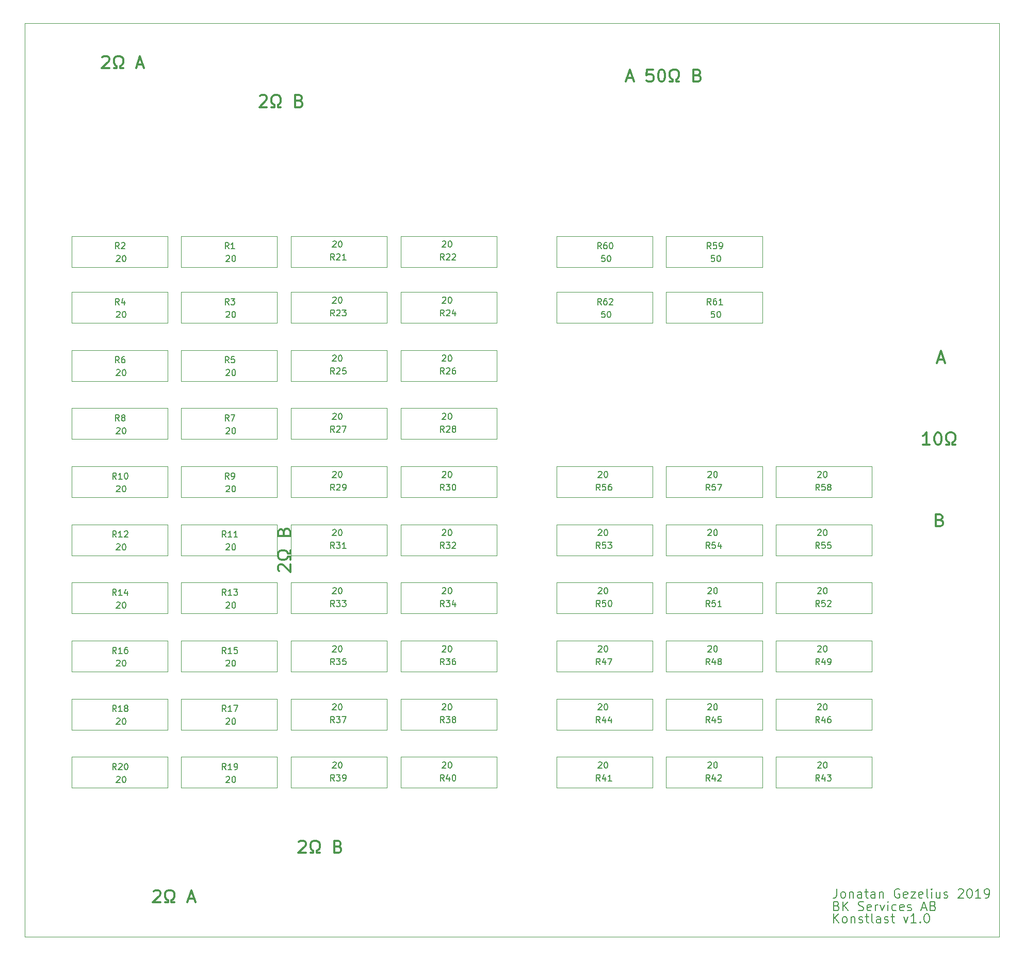
<source format=gbr>
G04 #@! TF.GenerationSoftware,KiCad,Pcbnew,(5.1.0)-1*
G04 #@! TF.CreationDate,2019-05-23T13:59:12+02:00*
G04 #@! TF.ProjectId,load_card,6c6f6164-5f63-4617-9264-2e6b69636164,1.0*
G04 #@! TF.SameCoordinates,Original*
G04 #@! TF.FileFunction,Legend,Top*
G04 #@! TF.FilePolarity,Positive*
%FSLAX46Y46*%
G04 Gerber Fmt 4.6, Leading zero omitted, Abs format (unit mm)*
G04 Created by KiCad (PCBNEW (5.1.0)-1) date 2019-05-23 13:59:12*
%MOMM*%
%LPD*%
G04 APERTURE LIST*
%ADD10C,0.300000*%
%ADD11C,0.200000*%
%ADD12C,0.050000*%
%ADD13C,0.120000*%
%ADD14C,0.150000*%
G04 APERTURE END LIST*
D10*
X56195238Y-103876190D02*
X56100000Y-103780952D01*
X56004761Y-103590476D01*
X56004761Y-103114285D01*
X56100000Y-102923809D01*
X56195238Y-102828571D01*
X56385714Y-102733333D01*
X56576190Y-102733333D01*
X56861904Y-102828571D01*
X58004761Y-103971428D01*
X58004761Y-102733333D01*
X58004761Y-101971428D02*
X58004761Y-101495238D01*
X57623809Y-101495238D01*
X57528571Y-101685714D01*
X57338095Y-101876190D01*
X57052380Y-101971428D01*
X56576190Y-101971428D01*
X56290476Y-101876190D01*
X56100000Y-101685714D01*
X56004761Y-101400000D01*
X56004761Y-101019047D01*
X56100000Y-100733333D01*
X56290476Y-100542857D01*
X56576190Y-100447619D01*
X57052380Y-100447619D01*
X57338095Y-100542857D01*
X57528571Y-100733333D01*
X57623809Y-100923809D01*
X58004761Y-100923809D01*
X58004761Y-100447619D01*
X56957142Y-97400000D02*
X57052380Y-97114285D01*
X57147619Y-97019047D01*
X57338095Y-96923809D01*
X57623809Y-96923809D01*
X57814285Y-97019047D01*
X57909523Y-97114285D01*
X58004761Y-97304761D01*
X58004761Y-98066666D01*
X56004761Y-98066666D01*
X56004761Y-97400000D01*
X56100000Y-97209523D01*
X56195238Y-97114285D01*
X56385714Y-97019047D01*
X56576190Y-97019047D01*
X56766666Y-97114285D01*
X56861904Y-97209523D01*
X56957142Y-97400000D01*
X56957142Y-98066666D01*
X35566666Y-156395238D02*
X35661904Y-156300000D01*
X35852380Y-156204761D01*
X36328571Y-156204761D01*
X36519047Y-156300000D01*
X36614285Y-156395238D01*
X36709523Y-156585714D01*
X36709523Y-156776190D01*
X36614285Y-157061904D01*
X35471428Y-158204761D01*
X36709523Y-158204761D01*
X37471428Y-158204761D02*
X37947619Y-158204761D01*
X37947619Y-157823809D01*
X37757142Y-157728571D01*
X37566666Y-157538095D01*
X37471428Y-157252380D01*
X37471428Y-156776190D01*
X37566666Y-156490476D01*
X37757142Y-156300000D01*
X38042857Y-156204761D01*
X38423809Y-156204761D01*
X38709523Y-156300000D01*
X38900000Y-156490476D01*
X38995238Y-156776190D01*
X38995238Y-157252380D01*
X38900000Y-157538095D01*
X38709523Y-157728571D01*
X38519047Y-157823809D01*
X38519047Y-158204761D01*
X38995238Y-158204761D01*
X41280952Y-157633333D02*
X42233333Y-157633333D01*
X41090476Y-158204761D02*
X41757142Y-156204761D01*
X42423809Y-158204761D01*
X59423809Y-148295238D02*
X59519047Y-148200000D01*
X59709523Y-148104761D01*
X60185714Y-148104761D01*
X60376190Y-148200000D01*
X60471428Y-148295238D01*
X60566666Y-148485714D01*
X60566666Y-148676190D01*
X60471428Y-148961904D01*
X59328571Y-150104761D01*
X60566666Y-150104761D01*
X61328571Y-150104761D02*
X61804761Y-150104761D01*
X61804761Y-149723809D01*
X61614285Y-149628571D01*
X61423809Y-149438095D01*
X61328571Y-149152380D01*
X61328571Y-148676190D01*
X61423809Y-148390476D01*
X61614285Y-148200000D01*
X61900000Y-148104761D01*
X62280952Y-148104761D01*
X62566666Y-148200000D01*
X62757142Y-148390476D01*
X62852380Y-148676190D01*
X62852380Y-149152380D01*
X62757142Y-149438095D01*
X62566666Y-149628571D01*
X62376190Y-149723809D01*
X62376190Y-150104761D01*
X62852380Y-150104761D01*
X65900000Y-149057142D02*
X66185714Y-149152380D01*
X66280952Y-149247619D01*
X66376190Y-149438095D01*
X66376190Y-149723809D01*
X66280952Y-149914285D01*
X66185714Y-150009523D01*
X65995238Y-150104761D01*
X65233333Y-150104761D01*
X65233333Y-148104761D01*
X65900000Y-148104761D01*
X66090476Y-148200000D01*
X66185714Y-148295238D01*
X66280952Y-148485714D01*
X66280952Y-148676190D01*
X66185714Y-148866666D01*
X66090476Y-148961904D01*
X65900000Y-149057142D01*
X65233333Y-149057142D01*
D11*
X147715714Y-155978571D02*
X147715714Y-157050000D01*
X147644285Y-157264285D01*
X147501428Y-157407142D01*
X147287142Y-157478571D01*
X147144285Y-157478571D01*
X148644285Y-157478571D02*
X148501428Y-157407142D01*
X148430000Y-157335714D01*
X148358571Y-157192857D01*
X148358571Y-156764285D01*
X148430000Y-156621428D01*
X148501428Y-156550000D01*
X148644285Y-156478571D01*
X148858571Y-156478571D01*
X149001428Y-156550000D01*
X149072857Y-156621428D01*
X149144285Y-156764285D01*
X149144285Y-157192857D01*
X149072857Y-157335714D01*
X149001428Y-157407142D01*
X148858571Y-157478571D01*
X148644285Y-157478571D01*
X149787142Y-156478571D02*
X149787142Y-157478571D01*
X149787142Y-156621428D02*
X149858571Y-156550000D01*
X150001428Y-156478571D01*
X150215714Y-156478571D01*
X150358571Y-156550000D01*
X150430000Y-156692857D01*
X150430000Y-157478571D01*
X151787142Y-157478571D02*
X151787142Y-156692857D01*
X151715714Y-156550000D01*
X151572857Y-156478571D01*
X151287142Y-156478571D01*
X151144285Y-156550000D01*
X151787142Y-157407142D02*
X151644285Y-157478571D01*
X151287142Y-157478571D01*
X151144285Y-157407142D01*
X151072857Y-157264285D01*
X151072857Y-157121428D01*
X151144285Y-156978571D01*
X151287142Y-156907142D01*
X151644285Y-156907142D01*
X151787142Y-156835714D01*
X152287142Y-156478571D02*
X152858571Y-156478571D01*
X152501428Y-155978571D02*
X152501428Y-157264285D01*
X152572857Y-157407142D01*
X152715714Y-157478571D01*
X152858571Y-157478571D01*
X154001428Y-157478571D02*
X154001428Y-156692857D01*
X153930000Y-156550000D01*
X153787142Y-156478571D01*
X153501428Y-156478571D01*
X153358571Y-156550000D01*
X154001428Y-157407142D02*
X153858571Y-157478571D01*
X153501428Y-157478571D01*
X153358571Y-157407142D01*
X153287142Y-157264285D01*
X153287142Y-157121428D01*
X153358571Y-156978571D01*
X153501428Y-156907142D01*
X153858571Y-156907142D01*
X154001428Y-156835714D01*
X154715714Y-156478571D02*
X154715714Y-157478571D01*
X154715714Y-156621428D02*
X154787142Y-156550000D01*
X154930000Y-156478571D01*
X155144285Y-156478571D01*
X155287142Y-156550000D01*
X155358571Y-156692857D01*
X155358571Y-157478571D01*
X158001428Y-156050000D02*
X157858571Y-155978571D01*
X157644285Y-155978571D01*
X157430000Y-156050000D01*
X157287142Y-156192857D01*
X157215714Y-156335714D01*
X157144285Y-156621428D01*
X157144285Y-156835714D01*
X157215714Y-157121428D01*
X157287142Y-157264285D01*
X157430000Y-157407142D01*
X157644285Y-157478571D01*
X157787142Y-157478571D01*
X158001428Y-157407142D01*
X158072857Y-157335714D01*
X158072857Y-156835714D01*
X157787142Y-156835714D01*
X159287142Y-157407142D02*
X159144285Y-157478571D01*
X158858571Y-157478571D01*
X158715714Y-157407142D01*
X158644285Y-157264285D01*
X158644285Y-156692857D01*
X158715714Y-156550000D01*
X158858571Y-156478571D01*
X159144285Y-156478571D01*
X159287142Y-156550000D01*
X159358571Y-156692857D01*
X159358571Y-156835714D01*
X158644285Y-156978571D01*
X159858571Y-156478571D02*
X160644285Y-156478571D01*
X159858571Y-157478571D01*
X160644285Y-157478571D01*
X161787142Y-157407142D02*
X161644285Y-157478571D01*
X161358571Y-157478571D01*
X161215714Y-157407142D01*
X161144285Y-157264285D01*
X161144285Y-156692857D01*
X161215714Y-156550000D01*
X161358571Y-156478571D01*
X161644285Y-156478571D01*
X161787142Y-156550000D01*
X161858571Y-156692857D01*
X161858571Y-156835714D01*
X161144285Y-156978571D01*
X162715714Y-157478571D02*
X162572857Y-157407142D01*
X162501428Y-157264285D01*
X162501428Y-155978571D01*
X163287142Y-157478571D02*
X163287142Y-156478571D01*
X163287142Y-155978571D02*
X163215714Y-156050000D01*
X163287142Y-156121428D01*
X163358571Y-156050000D01*
X163287142Y-155978571D01*
X163287142Y-156121428D01*
X164644285Y-156478571D02*
X164644285Y-157478571D01*
X164001428Y-156478571D02*
X164001428Y-157264285D01*
X164072857Y-157407142D01*
X164215714Y-157478571D01*
X164430000Y-157478571D01*
X164572857Y-157407142D01*
X164644285Y-157335714D01*
X165287142Y-157407142D02*
X165430000Y-157478571D01*
X165715714Y-157478571D01*
X165858571Y-157407142D01*
X165930000Y-157264285D01*
X165930000Y-157192857D01*
X165858571Y-157050000D01*
X165715714Y-156978571D01*
X165501428Y-156978571D01*
X165358571Y-156907142D01*
X165287142Y-156764285D01*
X165287142Y-156692857D01*
X165358571Y-156550000D01*
X165501428Y-156478571D01*
X165715714Y-156478571D01*
X165858571Y-156550000D01*
X167644285Y-156121428D02*
X167715714Y-156050000D01*
X167858571Y-155978571D01*
X168215714Y-155978571D01*
X168358571Y-156050000D01*
X168430000Y-156121428D01*
X168501428Y-156264285D01*
X168501428Y-156407142D01*
X168430000Y-156621428D01*
X167572857Y-157478571D01*
X168501428Y-157478571D01*
X169430000Y-155978571D02*
X169572857Y-155978571D01*
X169715714Y-156050000D01*
X169787142Y-156121428D01*
X169858571Y-156264285D01*
X169930000Y-156550000D01*
X169930000Y-156907142D01*
X169858571Y-157192857D01*
X169787142Y-157335714D01*
X169715714Y-157407142D01*
X169572857Y-157478571D01*
X169430000Y-157478571D01*
X169287142Y-157407142D01*
X169215714Y-157335714D01*
X169144285Y-157192857D01*
X169072857Y-156907142D01*
X169072857Y-156550000D01*
X169144285Y-156264285D01*
X169215714Y-156121428D01*
X169287142Y-156050000D01*
X169430000Y-155978571D01*
X171358571Y-157478571D02*
X170501428Y-157478571D01*
X170930000Y-157478571D02*
X170930000Y-155978571D01*
X170787142Y-156192857D01*
X170644285Y-156335714D01*
X170501428Y-156407142D01*
X172072857Y-157478571D02*
X172358571Y-157478571D01*
X172501428Y-157407142D01*
X172572857Y-157335714D01*
X172715714Y-157121428D01*
X172787142Y-156835714D01*
X172787142Y-156264285D01*
X172715714Y-156121428D01*
X172644285Y-156050000D01*
X172501428Y-155978571D01*
X172215714Y-155978571D01*
X172072857Y-156050000D01*
X172001428Y-156121428D01*
X171930000Y-156264285D01*
X171930000Y-156621428D01*
X172001428Y-156764285D01*
X172072857Y-156835714D01*
X172215714Y-156907142D01*
X172501428Y-156907142D01*
X172644285Y-156835714D01*
X172715714Y-156764285D01*
X172787142Y-156621428D01*
X147687142Y-158792857D02*
X147901428Y-158864285D01*
X147972857Y-158935714D01*
X148044285Y-159078571D01*
X148044285Y-159292857D01*
X147972857Y-159435714D01*
X147901428Y-159507142D01*
X147758571Y-159578571D01*
X147187142Y-159578571D01*
X147187142Y-158078571D01*
X147687142Y-158078571D01*
X147830000Y-158150000D01*
X147901428Y-158221428D01*
X147972857Y-158364285D01*
X147972857Y-158507142D01*
X147901428Y-158650000D01*
X147830000Y-158721428D01*
X147687142Y-158792857D01*
X147187142Y-158792857D01*
X148687142Y-159578571D02*
X148687142Y-158078571D01*
X149544285Y-159578571D02*
X148901428Y-158721428D01*
X149544285Y-158078571D02*
X148687142Y-158935714D01*
X151258571Y-159507142D02*
X151472857Y-159578571D01*
X151830000Y-159578571D01*
X151972857Y-159507142D01*
X152044285Y-159435714D01*
X152115714Y-159292857D01*
X152115714Y-159150000D01*
X152044285Y-159007142D01*
X151972857Y-158935714D01*
X151830000Y-158864285D01*
X151544285Y-158792857D01*
X151401428Y-158721428D01*
X151330000Y-158650000D01*
X151258571Y-158507142D01*
X151258571Y-158364285D01*
X151330000Y-158221428D01*
X151401428Y-158150000D01*
X151544285Y-158078571D01*
X151901428Y-158078571D01*
X152115714Y-158150000D01*
X153330000Y-159507142D02*
X153187142Y-159578571D01*
X152901428Y-159578571D01*
X152758571Y-159507142D01*
X152687142Y-159364285D01*
X152687142Y-158792857D01*
X152758571Y-158650000D01*
X152901428Y-158578571D01*
X153187142Y-158578571D01*
X153330000Y-158650000D01*
X153401428Y-158792857D01*
X153401428Y-158935714D01*
X152687142Y-159078571D01*
X154044285Y-159578571D02*
X154044285Y-158578571D01*
X154044285Y-158864285D02*
X154115714Y-158721428D01*
X154187142Y-158650000D01*
X154330000Y-158578571D01*
X154472857Y-158578571D01*
X154830000Y-158578571D02*
X155187142Y-159578571D01*
X155544285Y-158578571D01*
X156115714Y-159578571D02*
X156115714Y-158578571D01*
X156115714Y-158078571D02*
X156044285Y-158150000D01*
X156115714Y-158221428D01*
X156187142Y-158150000D01*
X156115714Y-158078571D01*
X156115714Y-158221428D01*
X157472857Y-159507142D02*
X157330000Y-159578571D01*
X157044285Y-159578571D01*
X156901428Y-159507142D01*
X156830000Y-159435714D01*
X156758571Y-159292857D01*
X156758571Y-158864285D01*
X156830000Y-158721428D01*
X156901428Y-158650000D01*
X157044285Y-158578571D01*
X157330000Y-158578571D01*
X157472857Y-158650000D01*
X158687142Y-159507142D02*
X158544285Y-159578571D01*
X158258571Y-159578571D01*
X158115714Y-159507142D01*
X158044285Y-159364285D01*
X158044285Y-158792857D01*
X158115714Y-158650000D01*
X158258571Y-158578571D01*
X158544285Y-158578571D01*
X158687142Y-158650000D01*
X158758571Y-158792857D01*
X158758571Y-158935714D01*
X158044285Y-159078571D01*
X159330000Y-159507142D02*
X159472857Y-159578571D01*
X159758571Y-159578571D01*
X159901428Y-159507142D01*
X159972857Y-159364285D01*
X159972857Y-159292857D01*
X159901428Y-159150000D01*
X159758571Y-159078571D01*
X159544285Y-159078571D01*
X159401428Y-159007142D01*
X159330000Y-158864285D01*
X159330000Y-158792857D01*
X159401428Y-158650000D01*
X159544285Y-158578571D01*
X159758571Y-158578571D01*
X159901428Y-158650000D01*
X161687142Y-159150000D02*
X162401428Y-159150000D01*
X161544285Y-159578571D02*
X162044285Y-158078571D01*
X162544285Y-159578571D01*
X163544285Y-158792857D02*
X163758571Y-158864285D01*
X163830000Y-158935714D01*
X163901428Y-159078571D01*
X163901428Y-159292857D01*
X163830000Y-159435714D01*
X163758571Y-159507142D01*
X163615714Y-159578571D01*
X163044285Y-159578571D01*
X163044285Y-158078571D01*
X163544285Y-158078571D01*
X163687142Y-158150000D01*
X163758571Y-158221428D01*
X163830000Y-158364285D01*
X163830000Y-158507142D01*
X163758571Y-158650000D01*
X163687142Y-158721428D01*
X163544285Y-158792857D01*
X163044285Y-158792857D01*
X147187142Y-161578571D02*
X147187142Y-160078571D01*
X148044285Y-161578571D02*
X147401428Y-160721428D01*
X148044285Y-160078571D02*
X147187142Y-160935714D01*
X148901428Y-161578571D02*
X148758571Y-161507142D01*
X148687142Y-161435714D01*
X148615714Y-161292857D01*
X148615714Y-160864285D01*
X148687142Y-160721428D01*
X148758571Y-160650000D01*
X148901428Y-160578571D01*
X149115714Y-160578571D01*
X149258571Y-160650000D01*
X149330000Y-160721428D01*
X149401428Y-160864285D01*
X149401428Y-161292857D01*
X149330000Y-161435714D01*
X149258571Y-161507142D01*
X149115714Y-161578571D01*
X148901428Y-161578571D01*
X150044285Y-160578571D02*
X150044285Y-161578571D01*
X150044285Y-160721428D02*
X150115714Y-160650000D01*
X150258571Y-160578571D01*
X150472857Y-160578571D01*
X150615714Y-160650000D01*
X150687142Y-160792857D01*
X150687142Y-161578571D01*
X151330000Y-161507142D02*
X151472857Y-161578571D01*
X151758571Y-161578571D01*
X151901428Y-161507142D01*
X151972857Y-161364285D01*
X151972857Y-161292857D01*
X151901428Y-161150000D01*
X151758571Y-161078571D01*
X151544285Y-161078571D01*
X151401428Y-161007142D01*
X151330000Y-160864285D01*
X151330000Y-160792857D01*
X151401428Y-160650000D01*
X151544285Y-160578571D01*
X151758571Y-160578571D01*
X151901428Y-160650000D01*
X152401428Y-160578571D02*
X152972857Y-160578571D01*
X152615714Y-160078571D02*
X152615714Y-161364285D01*
X152687142Y-161507142D01*
X152830000Y-161578571D01*
X152972857Y-161578571D01*
X153687142Y-161578571D02*
X153544285Y-161507142D01*
X153472857Y-161364285D01*
X153472857Y-160078571D01*
X154901428Y-161578571D02*
X154901428Y-160792857D01*
X154830000Y-160650000D01*
X154687142Y-160578571D01*
X154401428Y-160578571D01*
X154258571Y-160650000D01*
X154901428Y-161507142D02*
X154758571Y-161578571D01*
X154401428Y-161578571D01*
X154258571Y-161507142D01*
X154187142Y-161364285D01*
X154187142Y-161221428D01*
X154258571Y-161078571D01*
X154401428Y-161007142D01*
X154758571Y-161007142D01*
X154901428Y-160935714D01*
X155544285Y-161507142D02*
X155687142Y-161578571D01*
X155972857Y-161578571D01*
X156115714Y-161507142D01*
X156187142Y-161364285D01*
X156187142Y-161292857D01*
X156115714Y-161150000D01*
X155972857Y-161078571D01*
X155758571Y-161078571D01*
X155615714Y-161007142D01*
X155544285Y-160864285D01*
X155544285Y-160792857D01*
X155615714Y-160650000D01*
X155758571Y-160578571D01*
X155972857Y-160578571D01*
X156115714Y-160650000D01*
X156615714Y-160578571D02*
X157187142Y-160578571D01*
X156830000Y-160078571D02*
X156830000Y-161364285D01*
X156901428Y-161507142D01*
X157044285Y-161578571D01*
X157187142Y-161578571D01*
X158687142Y-160578571D02*
X159044285Y-161578571D01*
X159401428Y-160578571D01*
X160758571Y-161578571D02*
X159901428Y-161578571D01*
X160330000Y-161578571D02*
X160330000Y-160078571D01*
X160187142Y-160292857D01*
X160044285Y-160435714D01*
X159901428Y-160507142D01*
X161401428Y-161435714D02*
X161472857Y-161507142D01*
X161401428Y-161578571D01*
X161330000Y-161507142D01*
X161401428Y-161435714D01*
X161401428Y-161578571D01*
X162401428Y-160078571D02*
X162544285Y-160078571D01*
X162687142Y-160150000D01*
X162758571Y-160221428D01*
X162830000Y-160364285D01*
X162901428Y-160650000D01*
X162901428Y-161007142D01*
X162830000Y-161292857D01*
X162758571Y-161435714D01*
X162687142Y-161507142D01*
X162544285Y-161578571D01*
X162401428Y-161578571D01*
X162258571Y-161507142D01*
X162187142Y-161435714D01*
X162115714Y-161292857D01*
X162044285Y-161007142D01*
X162044285Y-160650000D01*
X162115714Y-160364285D01*
X162187142Y-160221428D01*
X162258571Y-160150000D01*
X162401428Y-160078571D01*
D10*
X164642857Y-95457142D02*
X164928571Y-95552380D01*
X165023809Y-95647619D01*
X165119047Y-95838095D01*
X165119047Y-96123809D01*
X165023809Y-96314285D01*
X164928571Y-96409523D01*
X164738095Y-96504761D01*
X163976190Y-96504761D01*
X163976190Y-94504761D01*
X164642857Y-94504761D01*
X164833333Y-94600000D01*
X164928571Y-94695238D01*
X165023809Y-94885714D01*
X165023809Y-95076190D01*
X164928571Y-95266666D01*
X164833333Y-95361904D01*
X164642857Y-95457142D01*
X163976190Y-95457142D01*
X164323809Y-69133333D02*
X165276190Y-69133333D01*
X164133333Y-69704761D02*
X164800000Y-67704761D01*
X165466666Y-69704761D01*
X162976190Y-83104761D02*
X161833333Y-83104761D01*
X162404761Y-83104761D02*
X162404761Y-81104761D01*
X162214285Y-81390476D01*
X162023809Y-81580952D01*
X161833333Y-81676190D01*
X164214285Y-81104761D02*
X164404761Y-81104761D01*
X164595238Y-81200000D01*
X164690476Y-81295238D01*
X164785714Y-81485714D01*
X164880952Y-81866666D01*
X164880952Y-82342857D01*
X164785714Y-82723809D01*
X164690476Y-82914285D01*
X164595238Y-83009523D01*
X164404761Y-83104761D01*
X164214285Y-83104761D01*
X164023809Y-83009523D01*
X163928571Y-82914285D01*
X163833333Y-82723809D01*
X163738095Y-82342857D01*
X163738095Y-81866666D01*
X163833333Y-81485714D01*
X163928571Y-81295238D01*
X164023809Y-81200000D01*
X164214285Y-81104761D01*
X165642857Y-83104761D02*
X166119047Y-83104761D01*
X166119047Y-82723809D01*
X165928571Y-82628571D01*
X165738095Y-82438095D01*
X165642857Y-82152380D01*
X165642857Y-81676190D01*
X165738095Y-81390476D01*
X165928571Y-81200000D01*
X166214285Y-81104761D01*
X166595238Y-81104761D01*
X166880952Y-81200000D01*
X167071428Y-81390476D01*
X167166666Y-81676190D01*
X167166666Y-82152380D01*
X167071428Y-82438095D01*
X166880952Y-82628571D01*
X166690476Y-82723809D01*
X166690476Y-83104761D01*
X167166666Y-83104761D01*
X27166666Y-19495238D02*
X27261904Y-19400000D01*
X27452380Y-19304761D01*
X27928571Y-19304761D01*
X28119047Y-19400000D01*
X28214285Y-19495238D01*
X28309523Y-19685714D01*
X28309523Y-19876190D01*
X28214285Y-20161904D01*
X27071428Y-21304761D01*
X28309523Y-21304761D01*
X29071428Y-21304761D02*
X29547619Y-21304761D01*
X29547619Y-20923809D01*
X29357142Y-20828571D01*
X29166666Y-20638095D01*
X29071428Y-20352380D01*
X29071428Y-19876190D01*
X29166666Y-19590476D01*
X29357142Y-19400000D01*
X29642857Y-19304761D01*
X30023809Y-19304761D01*
X30309523Y-19400000D01*
X30500000Y-19590476D01*
X30595238Y-19876190D01*
X30595238Y-20352380D01*
X30500000Y-20638095D01*
X30309523Y-20828571D01*
X30119047Y-20923809D01*
X30119047Y-21304761D01*
X30595238Y-21304761D01*
X32880952Y-20733333D02*
X33833333Y-20733333D01*
X32690476Y-21304761D02*
X33357142Y-19304761D01*
X34023809Y-21304761D01*
X53023809Y-25895238D02*
X53119047Y-25800000D01*
X53309523Y-25704761D01*
X53785714Y-25704761D01*
X53976190Y-25800000D01*
X54071428Y-25895238D01*
X54166666Y-26085714D01*
X54166666Y-26276190D01*
X54071428Y-26561904D01*
X52928571Y-27704761D01*
X54166666Y-27704761D01*
X54928571Y-27704761D02*
X55404761Y-27704761D01*
X55404761Y-27323809D01*
X55214285Y-27228571D01*
X55023809Y-27038095D01*
X54928571Y-26752380D01*
X54928571Y-26276190D01*
X55023809Y-25990476D01*
X55214285Y-25800000D01*
X55500000Y-25704761D01*
X55880952Y-25704761D01*
X56166666Y-25800000D01*
X56357142Y-25990476D01*
X56452380Y-26276190D01*
X56452380Y-26752380D01*
X56357142Y-27038095D01*
X56166666Y-27228571D01*
X55976190Y-27323809D01*
X55976190Y-27704761D01*
X56452380Y-27704761D01*
X59500000Y-26657142D02*
X59785714Y-26752380D01*
X59880952Y-26847619D01*
X59976190Y-27038095D01*
X59976190Y-27323809D01*
X59880952Y-27514285D01*
X59785714Y-27609523D01*
X59595238Y-27704761D01*
X58833333Y-27704761D01*
X58833333Y-25704761D01*
X59500000Y-25704761D01*
X59690476Y-25800000D01*
X59785714Y-25895238D01*
X59880952Y-26085714D01*
X59880952Y-26276190D01*
X59785714Y-26466666D01*
X59690476Y-26561904D01*
X59500000Y-26657142D01*
X58833333Y-26657142D01*
X113252380Y-22933333D02*
X114204761Y-22933333D01*
X113061904Y-23504761D02*
X113728571Y-21504761D01*
X114395238Y-23504761D01*
X117538095Y-21504761D02*
X116585714Y-21504761D01*
X116490476Y-22457142D01*
X116585714Y-22361904D01*
X116776190Y-22266666D01*
X117252380Y-22266666D01*
X117442857Y-22361904D01*
X117538095Y-22457142D01*
X117633333Y-22647619D01*
X117633333Y-23123809D01*
X117538095Y-23314285D01*
X117442857Y-23409523D01*
X117252380Y-23504761D01*
X116776190Y-23504761D01*
X116585714Y-23409523D01*
X116490476Y-23314285D01*
X118871428Y-21504761D02*
X119061904Y-21504761D01*
X119252380Y-21600000D01*
X119347619Y-21695238D01*
X119442857Y-21885714D01*
X119538095Y-22266666D01*
X119538095Y-22742857D01*
X119442857Y-23123809D01*
X119347619Y-23314285D01*
X119252380Y-23409523D01*
X119061904Y-23504761D01*
X118871428Y-23504761D01*
X118680952Y-23409523D01*
X118585714Y-23314285D01*
X118490476Y-23123809D01*
X118395238Y-22742857D01*
X118395238Y-22266666D01*
X118490476Y-21885714D01*
X118585714Y-21695238D01*
X118680952Y-21600000D01*
X118871428Y-21504761D01*
X120300000Y-23504761D02*
X120776190Y-23504761D01*
X120776190Y-23123809D01*
X120585714Y-23028571D01*
X120395238Y-22838095D01*
X120300000Y-22552380D01*
X120300000Y-22076190D01*
X120395238Y-21790476D01*
X120585714Y-21600000D01*
X120871428Y-21504761D01*
X121252380Y-21504761D01*
X121538095Y-21600000D01*
X121728571Y-21790476D01*
X121823809Y-22076190D01*
X121823809Y-22552380D01*
X121728571Y-22838095D01*
X121538095Y-23028571D01*
X121347619Y-23123809D01*
X121347619Y-23504761D01*
X121823809Y-23504761D01*
X124871428Y-22457142D02*
X125157142Y-22552380D01*
X125252380Y-22647619D01*
X125347619Y-22838095D01*
X125347619Y-23123809D01*
X125252380Y-23314285D01*
X125157142Y-23409523D01*
X124966666Y-23504761D01*
X124204761Y-23504761D01*
X124204761Y-21504761D01*
X124871428Y-21504761D01*
X125061904Y-21600000D01*
X125157142Y-21695238D01*
X125252380Y-21885714D01*
X125252380Y-22076190D01*
X125157142Y-22266666D01*
X125061904Y-22361904D01*
X124871428Y-22457142D01*
X124204761Y-22457142D01*
D12*
X14400000Y-13900000D02*
X174400000Y-13900000D01*
X14400000Y-163900000D02*
X14400000Y-13900000D01*
X174400000Y-163900000D02*
X14400000Y-163900000D01*
X174400000Y-13900000D02*
X174400000Y-163900000D01*
D13*
X40120000Y-115281106D02*
X55880000Y-115281106D01*
X55880000Y-120361106D02*
X40120000Y-120361106D01*
X40120000Y-115281106D02*
X40120000Y-120361106D01*
X55880000Y-115281106D02*
X55880000Y-120361106D01*
X22120000Y-115281106D02*
X37880000Y-115281106D01*
X37880000Y-120361106D02*
X22120000Y-120361106D01*
X22120000Y-115281106D02*
X22120000Y-120361106D01*
X37880000Y-115281106D02*
X37880000Y-120361106D01*
X40120000Y-124820550D02*
X55880000Y-124820550D01*
X55880000Y-129900550D02*
X40120000Y-129900550D01*
X40120000Y-124820550D02*
X40120000Y-129900550D01*
X55880000Y-124820550D02*
X55880000Y-129900550D01*
X22120000Y-124820550D02*
X37880000Y-124820550D01*
X37880000Y-129900550D02*
X22120000Y-129900550D01*
X22120000Y-124820550D02*
X22120000Y-129900550D01*
X37880000Y-124820550D02*
X37880000Y-129900550D01*
X55880000Y-48860000D02*
X55880000Y-53940000D01*
X40120000Y-48860000D02*
X40120000Y-53940000D01*
X55880000Y-53940000D02*
X40120000Y-53940000D01*
X40120000Y-48860000D02*
X55880000Y-48860000D01*
X22120000Y-48864721D02*
X37880000Y-48864721D01*
X37880000Y-53944721D02*
X22120000Y-53944721D01*
X22120000Y-48864721D02*
X22120000Y-53944721D01*
X37880000Y-48864721D02*
X37880000Y-53944721D01*
X40120000Y-58044442D02*
X55880000Y-58044442D01*
X55880000Y-63124442D02*
X40120000Y-63124442D01*
X40120000Y-58044442D02*
X40120000Y-63124442D01*
X55880000Y-58044442D02*
X55880000Y-63124442D01*
X22120000Y-58044442D02*
X37880000Y-58044442D01*
X37880000Y-63124442D02*
X22120000Y-63124442D01*
X22120000Y-58044442D02*
X22120000Y-63124442D01*
X37880000Y-58044442D02*
X37880000Y-63124442D01*
X40120000Y-67583886D02*
X55880000Y-67583886D01*
X55880000Y-72663886D02*
X40120000Y-72663886D01*
X40120000Y-67583886D02*
X40120000Y-72663886D01*
X55880000Y-67583886D02*
X55880000Y-72663886D01*
X22120000Y-67583886D02*
X37880000Y-67583886D01*
X37880000Y-72663886D02*
X22120000Y-72663886D01*
X22120000Y-67583886D02*
X22120000Y-72663886D01*
X37880000Y-67583886D02*
X37880000Y-72663886D01*
X40120000Y-77123330D02*
X55880000Y-77123330D01*
X55880000Y-82203330D02*
X40120000Y-82203330D01*
X40120000Y-77123330D02*
X40120000Y-82203330D01*
X55880000Y-77123330D02*
X55880000Y-82203330D01*
X22120000Y-77123330D02*
X37880000Y-77123330D01*
X37880000Y-82203330D02*
X22120000Y-82203330D01*
X22120000Y-77123330D02*
X22120000Y-82203330D01*
X37880000Y-77123330D02*
X37880000Y-82203330D01*
X40120000Y-86662774D02*
X55880000Y-86662774D01*
X55880000Y-91742774D02*
X40120000Y-91742774D01*
X40120000Y-86662774D02*
X40120000Y-91742774D01*
X55880000Y-86662774D02*
X55880000Y-91742774D01*
X22120000Y-86662774D02*
X37880000Y-86662774D01*
X37880000Y-91742774D02*
X22120000Y-91742774D01*
X22120000Y-86662774D02*
X22120000Y-91742774D01*
X37880000Y-86662774D02*
X37880000Y-91742774D01*
X40120000Y-96202218D02*
X55880000Y-96202218D01*
X55880000Y-101282218D02*
X40120000Y-101282218D01*
X40120000Y-96202218D02*
X40120000Y-101282218D01*
X55880000Y-96202218D02*
X55880000Y-101282218D01*
X22120000Y-96202218D02*
X37880000Y-96202218D01*
X37880000Y-101282218D02*
X22120000Y-101282218D01*
X22120000Y-96202218D02*
X22120000Y-101282218D01*
X37880000Y-96202218D02*
X37880000Y-101282218D01*
X40120000Y-105741662D02*
X55880000Y-105741662D01*
X55880000Y-110821662D02*
X40120000Y-110821662D01*
X40120000Y-105741662D02*
X40120000Y-110821662D01*
X55880000Y-105741662D02*
X55880000Y-110821662D01*
X22120000Y-105741662D02*
X37880000Y-105741662D01*
X37880000Y-110821662D02*
X22120000Y-110821662D01*
X22120000Y-105741662D02*
X22120000Y-110821662D01*
X37880000Y-105741662D02*
X37880000Y-110821662D01*
X40120000Y-134360000D02*
X55880000Y-134360000D01*
X55880000Y-139440000D02*
X40120000Y-139440000D01*
X40120000Y-134360000D02*
X40120000Y-139440000D01*
X55880000Y-134360000D02*
X55880000Y-139440000D01*
X22120000Y-134360000D02*
X37880000Y-134360000D01*
X37880000Y-139440000D02*
X22120000Y-139440000D01*
X22120000Y-134360000D02*
X22120000Y-139440000D01*
X37880000Y-134360000D02*
X37880000Y-139440000D01*
X117480000Y-58044442D02*
X117480000Y-63124442D01*
X101720000Y-58044442D02*
X101720000Y-63124442D01*
X117480000Y-63124442D02*
X101720000Y-63124442D01*
X101720000Y-58044442D02*
X117480000Y-58044442D01*
X135480000Y-58044442D02*
X135480000Y-63124442D01*
X119720000Y-58044442D02*
X119720000Y-63124442D01*
X135480000Y-63124442D02*
X119720000Y-63124442D01*
X119720000Y-58044442D02*
X135480000Y-58044442D01*
X117480000Y-48860000D02*
X117480000Y-53940000D01*
X101720000Y-48860000D02*
X101720000Y-53940000D01*
X117480000Y-53940000D02*
X101720000Y-53940000D01*
X101720000Y-48860000D02*
X117480000Y-48860000D01*
X135480000Y-48860000D02*
X135480000Y-53940000D01*
X119720000Y-48860000D02*
X119720000Y-53940000D01*
X135480000Y-53940000D02*
X119720000Y-53940000D01*
X119720000Y-48860000D02*
X135480000Y-48860000D01*
X137720000Y-91742774D02*
X137720000Y-86662774D01*
X153480000Y-91742774D02*
X153480000Y-86662774D01*
X137720000Y-86662774D02*
X153480000Y-86662774D01*
X153480000Y-91742774D02*
X137720000Y-91742774D01*
X119720000Y-91742774D02*
X119720000Y-86662774D01*
X135480000Y-91742774D02*
X135480000Y-86662774D01*
X119720000Y-86662774D02*
X135480000Y-86662774D01*
X135480000Y-91742774D02*
X119720000Y-91742774D01*
X101720000Y-91742774D02*
X101720000Y-86662774D01*
X117480000Y-91742774D02*
X117480000Y-86662774D01*
X101720000Y-86662774D02*
X117480000Y-86662774D01*
X117480000Y-91742774D02*
X101720000Y-91742774D01*
X137720000Y-101282218D02*
X137720000Y-96202218D01*
X153480000Y-101282218D02*
X153480000Y-96202218D01*
X137720000Y-96202218D02*
X153480000Y-96202218D01*
X153480000Y-101282218D02*
X137720000Y-101282218D01*
X119720000Y-101282218D02*
X119720000Y-96202218D01*
X135480000Y-101282218D02*
X135480000Y-96202218D01*
X119720000Y-96202218D02*
X135480000Y-96202218D01*
X135480000Y-101282218D02*
X119720000Y-101282218D01*
X101720000Y-101282218D02*
X101720000Y-96202218D01*
X117480000Y-101282218D02*
X117480000Y-96202218D01*
X101720000Y-96202218D02*
X117480000Y-96202218D01*
X117480000Y-101282218D02*
X101720000Y-101282218D01*
X137720000Y-110821662D02*
X137720000Y-105741662D01*
X153480000Y-110821662D02*
X153480000Y-105741662D01*
X137720000Y-105741662D02*
X153480000Y-105741662D01*
X153480000Y-110821662D02*
X137720000Y-110821662D01*
X119720000Y-110821662D02*
X119720000Y-105741662D01*
X135480000Y-110821662D02*
X135480000Y-105741662D01*
X119720000Y-105741662D02*
X135480000Y-105741662D01*
X135480000Y-110821662D02*
X119720000Y-110821662D01*
X101720000Y-110821662D02*
X101720000Y-105741662D01*
X117480000Y-110821662D02*
X117480000Y-105741662D01*
X101720000Y-105741662D02*
X117480000Y-105741662D01*
X117480000Y-110821662D02*
X101720000Y-110821662D01*
X137720000Y-120361106D02*
X137720000Y-115281106D01*
X153480000Y-120361106D02*
X153480000Y-115281106D01*
X137720000Y-115281106D02*
X153480000Y-115281106D01*
X153480000Y-120361106D02*
X137720000Y-120361106D01*
X119720000Y-120361106D02*
X119720000Y-115281106D01*
X135480000Y-120361106D02*
X135480000Y-115281106D01*
X119720000Y-115281106D02*
X135480000Y-115281106D01*
X135480000Y-120361106D02*
X119720000Y-120361106D01*
X101720000Y-120361106D02*
X101720000Y-115281106D01*
X117480000Y-120361106D02*
X117480000Y-115281106D01*
X101720000Y-115281106D02*
X117480000Y-115281106D01*
X117480000Y-120361106D02*
X101720000Y-120361106D01*
X137720000Y-129900550D02*
X137720000Y-124820550D01*
X153480000Y-129900550D02*
X153480000Y-124820550D01*
X137720000Y-124820550D02*
X153480000Y-124820550D01*
X153480000Y-129900550D02*
X137720000Y-129900550D01*
X119720000Y-129900550D02*
X119720000Y-124820550D01*
X135480000Y-129900550D02*
X135480000Y-124820550D01*
X119720000Y-124820550D02*
X135480000Y-124820550D01*
X135480000Y-129900550D02*
X119720000Y-129900550D01*
X101720000Y-129900550D02*
X101720000Y-124820550D01*
X117480000Y-129900550D02*
X117480000Y-124820550D01*
X101720000Y-124820550D02*
X117480000Y-124820550D01*
X117480000Y-129900550D02*
X101720000Y-129900550D01*
X137720000Y-139440000D02*
X137720000Y-134360000D01*
X153480000Y-139440000D02*
X153480000Y-134360000D01*
X137720000Y-134360000D02*
X153480000Y-134360000D01*
X153480000Y-139440000D02*
X137720000Y-139440000D01*
X119720000Y-139440000D02*
X119720000Y-134360000D01*
X135480000Y-139440000D02*
X135480000Y-134360000D01*
X119720000Y-134360000D02*
X135480000Y-134360000D01*
X135480000Y-139440000D02*
X119720000Y-139440000D01*
X101720000Y-139440000D02*
X101720000Y-134360000D01*
X117480000Y-139440000D02*
X117480000Y-134360000D01*
X101720000Y-134360000D02*
X117480000Y-134360000D01*
X117480000Y-139440000D02*
X101720000Y-139440000D01*
X91880000Y-139440000D02*
X76120000Y-139440000D01*
X76120000Y-134360000D02*
X91880000Y-134360000D01*
X91880000Y-139440000D02*
X91880000Y-134360000D01*
X76120000Y-139440000D02*
X76120000Y-134360000D01*
X73880000Y-139440000D02*
X58120000Y-139440000D01*
X58120000Y-134360000D02*
X73880000Y-134360000D01*
X73880000Y-139440000D02*
X73880000Y-134360000D01*
X58120000Y-139440000D02*
X58120000Y-134360000D01*
X91880000Y-129900550D02*
X76120000Y-129900550D01*
X76120000Y-124820550D02*
X91880000Y-124820550D01*
X91880000Y-129900550D02*
X91880000Y-124820550D01*
X76120000Y-129900550D02*
X76120000Y-124820550D01*
X73880000Y-129900550D02*
X58120000Y-129900550D01*
X58120000Y-124820550D02*
X73880000Y-124820550D01*
X73880000Y-129900550D02*
X73880000Y-124820550D01*
X58120000Y-129900550D02*
X58120000Y-124820550D01*
X91880000Y-120361106D02*
X76120000Y-120361106D01*
X76120000Y-115281106D02*
X91880000Y-115281106D01*
X91880000Y-120361106D02*
X91880000Y-115281106D01*
X76120000Y-120361106D02*
X76120000Y-115281106D01*
X73880000Y-120361106D02*
X58120000Y-120361106D01*
X58120000Y-115281106D02*
X73880000Y-115281106D01*
X73880000Y-120361106D02*
X73880000Y-115281106D01*
X58120000Y-120361106D02*
X58120000Y-115281106D01*
X91880000Y-110821662D02*
X76120000Y-110821662D01*
X76120000Y-105741662D02*
X91880000Y-105741662D01*
X91880000Y-110821662D02*
X91880000Y-105741662D01*
X76120000Y-110821662D02*
X76120000Y-105741662D01*
X73880000Y-110821662D02*
X58120000Y-110821662D01*
X58120000Y-105741662D02*
X73880000Y-105741662D01*
X73880000Y-110821662D02*
X73880000Y-105741662D01*
X58120000Y-110821662D02*
X58120000Y-105741662D01*
X91880000Y-101282218D02*
X76120000Y-101282218D01*
X76120000Y-96202218D02*
X91880000Y-96202218D01*
X91880000Y-101282218D02*
X91880000Y-96202218D01*
X76120000Y-101282218D02*
X76120000Y-96202218D01*
X73880000Y-101282218D02*
X58120000Y-101282218D01*
X58120000Y-96202218D02*
X73880000Y-96202218D01*
X73880000Y-101282218D02*
X73880000Y-96202218D01*
X58120000Y-101282218D02*
X58120000Y-96202218D01*
X91880000Y-91742774D02*
X76120000Y-91742774D01*
X76120000Y-86662774D02*
X91880000Y-86662774D01*
X91880000Y-91742774D02*
X91880000Y-86662774D01*
X76120000Y-91742774D02*
X76120000Y-86662774D01*
X73880000Y-91742774D02*
X58120000Y-91742774D01*
X58120000Y-86662774D02*
X73880000Y-86662774D01*
X73880000Y-91742774D02*
X73880000Y-86662774D01*
X58120000Y-91742774D02*
X58120000Y-86662774D01*
X91880000Y-82203330D02*
X76120000Y-82203330D01*
X76120000Y-77123330D02*
X91880000Y-77123330D01*
X91880000Y-82203330D02*
X91880000Y-77123330D01*
X76120000Y-82203330D02*
X76120000Y-77123330D01*
X73880000Y-82203330D02*
X58120000Y-82203330D01*
X58120000Y-77123330D02*
X73880000Y-77123330D01*
X73880000Y-82203330D02*
X73880000Y-77123330D01*
X58120000Y-82203330D02*
X58120000Y-77123330D01*
X91880000Y-72663886D02*
X76120000Y-72663886D01*
X76120000Y-67583886D02*
X91880000Y-67583886D01*
X91880000Y-72663886D02*
X91880000Y-67583886D01*
X76120000Y-72663886D02*
X76120000Y-67583886D01*
X73880000Y-72663886D02*
X58120000Y-72663886D01*
X58120000Y-67583886D02*
X73880000Y-67583886D01*
X73880000Y-72663886D02*
X73880000Y-67583886D01*
X58120000Y-72663886D02*
X58120000Y-67583886D01*
X91880000Y-63124442D02*
X76120000Y-63124442D01*
X76120000Y-58044442D02*
X91880000Y-58044442D01*
X91880000Y-63124442D02*
X91880000Y-58044442D01*
X76120000Y-63124442D02*
X76120000Y-58044442D01*
X73880000Y-63124442D02*
X58120000Y-63124442D01*
X58120000Y-58044442D02*
X73880000Y-58044442D01*
X73880000Y-63124442D02*
X73880000Y-58044442D01*
X58120000Y-63124442D02*
X58120000Y-58044442D01*
X91880000Y-53940000D02*
X76120000Y-53940000D01*
X76120000Y-48860000D02*
X91880000Y-48860000D01*
X91880000Y-53940000D02*
X91880000Y-48860000D01*
X76120000Y-53940000D02*
X76120000Y-48860000D01*
X73880000Y-53940000D02*
X58120000Y-53940000D01*
X58120000Y-48860000D02*
X73880000Y-48860000D01*
X73880000Y-53940000D02*
X73880000Y-48860000D01*
X58120000Y-53940000D02*
X58120000Y-48860000D01*
D14*
X47457142Y-117353486D02*
X47123809Y-116877296D01*
X46885714Y-117353486D02*
X46885714Y-116353486D01*
X47266666Y-116353486D01*
X47361904Y-116401106D01*
X47409523Y-116448725D01*
X47457142Y-116543963D01*
X47457142Y-116686820D01*
X47409523Y-116782058D01*
X47361904Y-116829677D01*
X47266666Y-116877296D01*
X46885714Y-116877296D01*
X48409523Y-117353486D02*
X47838095Y-117353486D01*
X48123809Y-117353486D02*
X48123809Y-116353486D01*
X48028571Y-116496344D01*
X47933333Y-116591582D01*
X47838095Y-116639201D01*
X49314285Y-116353486D02*
X48838095Y-116353486D01*
X48790476Y-116829677D01*
X48838095Y-116782058D01*
X48933333Y-116734439D01*
X49171428Y-116734439D01*
X49266666Y-116782058D01*
X49314285Y-116829677D01*
X49361904Y-116924915D01*
X49361904Y-117163010D01*
X49314285Y-117258248D01*
X49266666Y-117305867D01*
X49171428Y-117353486D01*
X48933333Y-117353486D01*
X48838095Y-117305867D01*
X48790476Y-117258248D01*
X47498095Y-118548725D02*
X47545714Y-118501106D01*
X47640952Y-118453486D01*
X47879047Y-118453486D01*
X47974285Y-118501106D01*
X48021904Y-118548725D01*
X48069523Y-118643963D01*
X48069523Y-118739201D01*
X48021904Y-118882058D01*
X47450476Y-119453486D01*
X48069523Y-119453486D01*
X48688571Y-118453486D02*
X48783809Y-118453486D01*
X48879047Y-118501106D01*
X48926666Y-118548725D01*
X48974285Y-118643963D01*
X49021904Y-118834439D01*
X49021904Y-119072534D01*
X48974285Y-119263010D01*
X48926666Y-119358248D01*
X48879047Y-119405867D01*
X48783809Y-119453486D01*
X48688571Y-119453486D01*
X48593333Y-119405867D01*
X48545714Y-119358248D01*
X48498095Y-119263010D01*
X48450476Y-119072534D01*
X48450476Y-118834439D01*
X48498095Y-118643963D01*
X48545714Y-118548725D01*
X48593333Y-118501106D01*
X48688571Y-118453486D01*
X29457142Y-117353486D02*
X29123809Y-116877296D01*
X28885714Y-117353486D02*
X28885714Y-116353486D01*
X29266666Y-116353486D01*
X29361904Y-116401106D01*
X29409523Y-116448725D01*
X29457142Y-116543963D01*
X29457142Y-116686820D01*
X29409523Y-116782058D01*
X29361904Y-116829677D01*
X29266666Y-116877296D01*
X28885714Y-116877296D01*
X30409523Y-117353486D02*
X29838095Y-117353486D01*
X30123809Y-117353486D02*
X30123809Y-116353486D01*
X30028571Y-116496344D01*
X29933333Y-116591582D01*
X29838095Y-116639201D01*
X31266666Y-116353486D02*
X31076190Y-116353486D01*
X30980952Y-116401106D01*
X30933333Y-116448725D01*
X30838095Y-116591582D01*
X30790476Y-116782058D01*
X30790476Y-117163010D01*
X30838095Y-117258248D01*
X30885714Y-117305867D01*
X30980952Y-117353486D01*
X31171428Y-117353486D01*
X31266666Y-117305867D01*
X31314285Y-117258248D01*
X31361904Y-117163010D01*
X31361904Y-116924915D01*
X31314285Y-116829677D01*
X31266666Y-116782058D01*
X31171428Y-116734439D01*
X30980952Y-116734439D01*
X30885714Y-116782058D01*
X30838095Y-116829677D01*
X30790476Y-116924915D01*
X29498095Y-118548725D02*
X29545714Y-118501106D01*
X29640952Y-118453486D01*
X29879047Y-118453486D01*
X29974285Y-118501106D01*
X30021904Y-118548725D01*
X30069523Y-118643963D01*
X30069523Y-118739201D01*
X30021904Y-118882058D01*
X29450476Y-119453486D01*
X30069523Y-119453486D01*
X30688571Y-118453486D02*
X30783809Y-118453486D01*
X30879047Y-118501106D01*
X30926666Y-118548725D01*
X30974285Y-118643963D01*
X31021904Y-118834439D01*
X31021904Y-119072534D01*
X30974285Y-119263010D01*
X30926666Y-119358248D01*
X30879047Y-119405867D01*
X30783809Y-119453486D01*
X30688571Y-119453486D01*
X30593333Y-119405867D01*
X30545714Y-119358248D01*
X30498095Y-119263010D01*
X30450476Y-119072534D01*
X30450476Y-118834439D01*
X30498095Y-118643963D01*
X30545714Y-118548725D01*
X30593333Y-118501106D01*
X30688571Y-118453486D01*
X47457142Y-126892930D02*
X47123809Y-126416740D01*
X46885714Y-126892930D02*
X46885714Y-125892930D01*
X47266666Y-125892930D01*
X47361904Y-125940550D01*
X47409523Y-125988169D01*
X47457142Y-126083407D01*
X47457142Y-126226264D01*
X47409523Y-126321502D01*
X47361904Y-126369121D01*
X47266666Y-126416740D01*
X46885714Y-126416740D01*
X48409523Y-126892930D02*
X47838095Y-126892930D01*
X48123809Y-126892930D02*
X48123809Y-125892930D01*
X48028571Y-126035788D01*
X47933333Y-126131026D01*
X47838095Y-126178645D01*
X48742857Y-125892930D02*
X49409523Y-125892930D01*
X48980952Y-126892930D01*
X47498095Y-128088169D02*
X47545714Y-128040550D01*
X47640952Y-127992930D01*
X47879047Y-127992930D01*
X47974285Y-128040550D01*
X48021904Y-128088169D01*
X48069523Y-128183407D01*
X48069523Y-128278645D01*
X48021904Y-128421502D01*
X47450476Y-128992930D01*
X48069523Y-128992930D01*
X48688571Y-127992930D02*
X48783809Y-127992930D01*
X48879047Y-128040550D01*
X48926666Y-128088169D01*
X48974285Y-128183407D01*
X49021904Y-128373883D01*
X49021904Y-128611978D01*
X48974285Y-128802454D01*
X48926666Y-128897692D01*
X48879047Y-128945311D01*
X48783809Y-128992930D01*
X48688571Y-128992930D01*
X48593333Y-128945311D01*
X48545714Y-128897692D01*
X48498095Y-128802454D01*
X48450476Y-128611978D01*
X48450476Y-128373883D01*
X48498095Y-128183407D01*
X48545714Y-128088169D01*
X48593333Y-128040550D01*
X48688571Y-127992930D01*
X29457142Y-126892930D02*
X29123809Y-126416740D01*
X28885714Y-126892930D02*
X28885714Y-125892930D01*
X29266666Y-125892930D01*
X29361904Y-125940550D01*
X29409523Y-125988169D01*
X29457142Y-126083407D01*
X29457142Y-126226264D01*
X29409523Y-126321502D01*
X29361904Y-126369121D01*
X29266666Y-126416740D01*
X28885714Y-126416740D01*
X30409523Y-126892930D02*
X29838095Y-126892930D01*
X30123809Y-126892930D02*
X30123809Y-125892930D01*
X30028571Y-126035788D01*
X29933333Y-126131026D01*
X29838095Y-126178645D01*
X30980952Y-126321502D02*
X30885714Y-126273883D01*
X30838095Y-126226264D01*
X30790476Y-126131026D01*
X30790476Y-126083407D01*
X30838095Y-125988169D01*
X30885714Y-125940550D01*
X30980952Y-125892930D01*
X31171428Y-125892930D01*
X31266666Y-125940550D01*
X31314285Y-125988169D01*
X31361904Y-126083407D01*
X31361904Y-126131026D01*
X31314285Y-126226264D01*
X31266666Y-126273883D01*
X31171428Y-126321502D01*
X30980952Y-126321502D01*
X30885714Y-126369121D01*
X30838095Y-126416740D01*
X30790476Y-126511978D01*
X30790476Y-126702454D01*
X30838095Y-126797692D01*
X30885714Y-126845311D01*
X30980952Y-126892930D01*
X31171428Y-126892930D01*
X31266666Y-126845311D01*
X31314285Y-126797692D01*
X31361904Y-126702454D01*
X31361904Y-126511978D01*
X31314285Y-126416740D01*
X31266666Y-126369121D01*
X31171428Y-126321502D01*
X29498095Y-128088169D02*
X29545714Y-128040550D01*
X29640952Y-127992930D01*
X29879047Y-127992930D01*
X29974285Y-128040550D01*
X30021904Y-128088169D01*
X30069523Y-128183407D01*
X30069523Y-128278645D01*
X30021904Y-128421502D01*
X29450476Y-128992930D01*
X30069523Y-128992930D01*
X30688571Y-127992930D02*
X30783809Y-127992930D01*
X30879047Y-128040550D01*
X30926666Y-128088169D01*
X30974285Y-128183407D01*
X31021904Y-128373883D01*
X31021904Y-128611978D01*
X30974285Y-128802454D01*
X30926666Y-128897692D01*
X30879047Y-128945311D01*
X30783809Y-128992930D01*
X30688571Y-128992930D01*
X30593333Y-128945311D01*
X30545714Y-128897692D01*
X30498095Y-128802454D01*
X30450476Y-128611978D01*
X30450476Y-128373883D01*
X30498095Y-128183407D01*
X30545714Y-128088169D01*
X30593333Y-128040550D01*
X30688571Y-127992930D01*
X47933333Y-50932380D02*
X47600000Y-50456190D01*
X47361904Y-50932380D02*
X47361904Y-49932380D01*
X47742857Y-49932380D01*
X47838095Y-49980000D01*
X47885714Y-50027619D01*
X47933333Y-50122857D01*
X47933333Y-50265714D01*
X47885714Y-50360952D01*
X47838095Y-50408571D01*
X47742857Y-50456190D01*
X47361904Y-50456190D01*
X48885714Y-50932380D02*
X48314285Y-50932380D01*
X48600000Y-50932380D02*
X48600000Y-49932380D01*
X48504761Y-50075238D01*
X48409523Y-50170476D01*
X48314285Y-50218095D01*
X47498095Y-52127619D02*
X47545714Y-52080000D01*
X47640952Y-52032380D01*
X47879047Y-52032380D01*
X47974285Y-52080000D01*
X48021904Y-52127619D01*
X48069523Y-52222857D01*
X48069523Y-52318095D01*
X48021904Y-52460952D01*
X47450476Y-53032380D01*
X48069523Y-53032380D01*
X48688571Y-52032380D02*
X48783809Y-52032380D01*
X48879047Y-52080000D01*
X48926666Y-52127619D01*
X48974285Y-52222857D01*
X49021904Y-52413333D01*
X49021904Y-52651428D01*
X48974285Y-52841904D01*
X48926666Y-52937142D01*
X48879047Y-52984761D01*
X48783809Y-53032380D01*
X48688571Y-53032380D01*
X48593333Y-52984761D01*
X48545714Y-52937142D01*
X48498095Y-52841904D01*
X48450476Y-52651428D01*
X48450476Y-52413333D01*
X48498095Y-52222857D01*
X48545714Y-52127619D01*
X48593333Y-52080000D01*
X48688571Y-52032380D01*
X29933333Y-50937101D02*
X29600000Y-50460911D01*
X29361904Y-50937101D02*
X29361904Y-49937101D01*
X29742857Y-49937101D01*
X29838095Y-49984721D01*
X29885714Y-50032340D01*
X29933333Y-50127578D01*
X29933333Y-50270435D01*
X29885714Y-50365673D01*
X29838095Y-50413292D01*
X29742857Y-50460911D01*
X29361904Y-50460911D01*
X30314285Y-50032340D02*
X30361904Y-49984721D01*
X30457142Y-49937101D01*
X30695238Y-49937101D01*
X30790476Y-49984721D01*
X30838095Y-50032340D01*
X30885714Y-50127578D01*
X30885714Y-50222816D01*
X30838095Y-50365673D01*
X30266666Y-50937101D01*
X30885714Y-50937101D01*
X29498095Y-52132340D02*
X29545714Y-52084721D01*
X29640952Y-52037101D01*
X29879047Y-52037101D01*
X29974285Y-52084721D01*
X30021904Y-52132340D01*
X30069523Y-52227578D01*
X30069523Y-52322816D01*
X30021904Y-52465673D01*
X29450476Y-53037101D01*
X30069523Y-53037101D01*
X30688571Y-52037101D02*
X30783809Y-52037101D01*
X30879047Y-52084721D01*
X30926666Y-52132340D01*
X30974285Y-52227578D01*
X31021904Y-52418054D01*
X31021904Y-52656149D01*
X30974285Y-52846625D01*
X30926666Y-52941863D01*
X30879047Y-52989482D01*
X30783809Y-53037101D01*
X30688571Y-53037101D01*
X30593333Y-52989482D01*
X30545714Y-52941863D01*
X30498095Y-52846625D01*
X30450476Y-52656149D01*
X30450476Y-52418054D01*
X30498095Y-52227578D01*
X30545714Y-52132340D01*
X30593333Y-52084721D01*
X30688571Y-52037101D01*
X47933333Y-60116822D02*
X47600000Y-59640632D01*
X47361904Y-60116822D02*
X47361904Y-59116822D01*
X47742857Y-59116822D01*
X47838095Y-59164442D01*
X47885714Y-59212061D01*
X47933333Y-59307299D01*
X47933333Y-59450156D01*
X47885714Y-59545394D01*
X47838095Y-59593013D01*
X47742857Y-59640632D01*
X47361904Y-59640632D01*
X48266666Y-59116822D02*
X48885714Y-59116822D01*
X48552380Y-59497775D01*
X48695238Y-59497775D01*
X48790476Y-59545394D01*
X48838095Y-59593013D01*
X48885714Y-59688251D01*
X48885714Y-59926346D01*
X48838095Y-60021584D01*
X48790476Y-60069203D01*
X48695238Y-60116822D01*
X48409523Y-60116822D01*
X48314285Y-60069203D01*
X48266666Y-60021584D01*
X47498095Y-61312061D02*
X47545714Y-61264442D01*
X47640952Y-61216822D01*
X47879047Y-61216822D01*
X47974285Y-61264442D01*
X48021904Y-61312061D01*
X48069523Y-61407299D01*
X48069523Y-61502537D01*
X48021904Y-61645394D01*
X47450476Y-62216822D01*
X48069523Y-62216822D01*
X48688571Y-61216822D02*
X48783809Y-61216822D01*
X48879047Y-61264442D01*
X48926666Y-61312061D01*
X48974285Y-61407299D01*
X49021904Y-61597775D01*
X49021904Y-61835870D01*
X48974285Y-62026346D01*
X48926666Y-62121584D01*
X48879047Y-62169203D01*
X48783809Y-62216822D01*
X48688571Y-62216822D01*
X48593333Y-62169203D01*
X48545714Y-62121584D01*
X48498095Y-62026346D01*
X48450476Y-61835870D01*
X48450476Y-61597775D01*
X48498095Y-61407299D01*
X48545714Y-61312061D01*
X48593333Y-61264442D01*
X48688571Y-61216822D01*
X29933333Y-60116822D02*
X29600000Y-59640632D01*
X29361904Y-60116822D02*
X29361904Y-59116822D01*
X29742857Y-59116822D01*
X29838095Y-59164442D01*
X29885714Y-59212061D01*
X29933333Y-59307299D01*
X29933333Y-59450156D01*
X29885714Y-59545394D01*
X29838095Y-59593013D01*
X29742857Y-59640632D01*
X29361904Y-59640632D01*
X30790476Y-59450156D02*
X30790476Y-60116822D01*
X30552380Y-59069203D02*
X30314285Y-59783489D01*
X30933333Y-59783489D01*
X29498095Y-61312061D02*
X29545714Y-61264442D01*
X29640952Y-61216822D01*
X29879047Y-61216822D01*
X29974285Y-61264442D01*
X30021904Y-61312061D01*
X30069523Y-61407299D01*
X30069523Y-61502537D01*
X30021904Y-61645394D01*
X29450476Y-62216822D01*
X30069523Y-62216822D01*
X30688571Y-61216822D02*
X30783809Y-61216822D01*
X30879047Y-61264442D01*
X30926666Y-61312061D01*
X30974285Y-61407299D01*
X31021904Y-61597775D01*
X31021904Y-61835870D01*
X30974285Y-62026346D01*
X30926666Y-62121584D01*
X30879047Y-62169203D01*
X30783809Y-62216822D01*
X30688571Y-62216822D01*
X30593333Y-62169203D01*
X30545714Y-62121584D01*
X30498095Y-62026346D01*
X30450476Y-61835870D01*
X30450476Y-61597775D01*
X30498095Y-61407299D01*
X30545714Y-61312061D01*
X30593333Y-61264442D01*
X30688571Y-61216822D01*
X47933333Y-69656266D02*
X47600000Y-69180076D01*
X47361904Y-69656266D02*
X47361904Y-68656266D01*
X47742857Y-68656266D01*
X47838095Y-68703886D01*
X47885714Y-68751505D01*
X47933333Y-68846743D01*
X47933333Y-68989600D01*
X47885714Y-69084838D01*
X47838095Y-69132457D01*
X47742857Y-69180076D01*
X47361904Y-69180076D01*
X48838095Y-68656266D02*
X48361904Y-68656266D01*
X48314285Y-69132457D01*
X48361904Y-69084838D01*
X48457142Y-69037219D01*
X48695238Y-69037219D01*
X48790476Y-69084838D01*
X48838095Y-69132457D01*
X48885714Y-69227695D01*
X48885714Y-69465790D01*
X48838095Y-69561028D01*
X48790476Y-69608647D01*
X48695238Y-69656266D01*
X48457142Y-69656266D01*
X48361904Y-69608647D01*
X48314285Y-69561028D01*
X47498095Y-70851505D02*
X47545714Y-70803886D01*
X47640952Y-70756266D01*
X47879047Y-70756266D01*
X47974285Y-70803886D01*
X48021904Y-70851505D01*
X48069523Y-70946743D01*
X48069523Y-71041981D01*
X48021904Y-71184838D01*
X47450476Y-71756266D01*
X48069523Y-71756266D01*
X48688571Y-70756266D02*
X48783809Y-70756266D01*
X48879047Y-70803886D01*
X48926666Y-70851505D01*
X48974285Y-70946743D01*
X49021904Y-71137219D01*
X49021904Y-71375314D01*
X48974285Y-71565790D01*
X48926666Y-71661028D01*
X48879047Y-71708647D01*
X48783809Y-71756266D01*
X48688571Y-71756266D01*
X48593333Y-71708647D01*
X48545714Y-71661028D01*
X48498095Y-71565790D01*
X48450476Y-71375314D01*
X48450476Y-71137219D01*
X48498095Y-70946743D01*
X48545714Y-70851505D01*
X48593333Y-70803886D01*
X48688571Y-70756266D01*
X29933333Y-69656266D02*
X29600000Y-69180076D01*
X29361904Y-69656266D02*
X29361904Y-68656266D01*
X29742857Y-68656266D01*
X29838095Y-68703886D01*
X29885714Y-68751505D01*
X29933333Y-68846743D01*
X29933333Y-68989600D01*
X29885714Y-69084838D01*
X29838095Y-69132457D01*
X29742857Y-69180076D01*
X29361904Y-69180076D01*
X30790476Y-68656266D02*
X30600000Y-68656266D01*
X30504761Y-68703886D01*
X30457142Y-68751505D01*
X30361904Y-68894362D01*
X30314285Y-69084838D01*
X30314285Y-69465790D01*
X30361904Y-69561028D01*
X30409523Y-69608647D01*
X30504761Y-69656266D01*
X30695238Y-69656266D01*
X30790476Y-69608647D01*
X30838095Y-69561028D01*
X30885714Y-69465790D01*
X30885714Y-69227695D01*
X30838095Y-69132457D01*
X30790476Y-69084838D01*
X30695238Y-69037219D01*
X30504761Y-69037219D01*
X30409523Y-69084838D01*
X30361904Y-69132457D01*
X30314285Y-69227695D01*
X29498095Y-70851505D02*
X29545714Y-70803886D01*
X29640952Y-70756266D01*
X29879047Y-70756266D01*
X29974285Y-70803886D01*
X30021904Y-70851505D01*
X30069523Y-70946743D01*
X30069523Y-71041981D01*
X30021904Y-71184838D01*
X29450476Y-71756266D01*
X30069523Y-71756266D01*
X30688571Y-70756266D02*
X30783809Y-70756266D01*
X30879047Y-70803886D01*
X30926666Y-70851505D01*
X30974285Y-70946743D01*
X31021904Y-71137219D01*
X31021904Y-71375314D01*
X30974285Y-71565790D01*
X30926666Y-71661028D01*
X30879047Y-71708647D01*
X30783809Y-71756266D01*
X30688571Y-71756266D01*
X30593333Y-71708647D01*
X30545714Y-71661028D01*
X30498095Y-71565790D01*
X30450476Y-71375314D01*
X30450476Y-71137219D01*
X30498095Y-70946743D01*
X30545714Y-70851505D01*
X30593333Y-70803886D01*
X30688571Y-70756266D01*
X47933333Y-79195710D02*
X47600000Y-78719520D01*
X47361904Y-79195710D02*
X47361904Y-78195710D01*
X47742857Y-78195710D01*
X47838095Y-78243330D01*
X47885714Y-78290949D01*
X47933333Y-78386187D01*
X47933333Y-78529044D01*
X47885714Y-78624282D01*
X47838095Y-78671901D01*
X47742857Y-78719520D01*
X47361904Y-78719520D01*
X48266666Y-78195710D02*
X48933333Y-78195710D01*
X48504761Y-79195710D01*
X47498095Y-80390949D02*
X47545714Y-80343330D01*
X47640952Y-80295710D01*
X47879047Y-80295710D01*
X47974285Y-80343330D01*
X48021904Y-80390949D01*
X48069523Y-80486187D01*
X48069523Y-80581425D01*
X48021904Y-80724282D01*
X47450476Y-81295710D01*
X48069523Y-81295710D01*
X48688571Y-80295710D02*
X48783809Y-80295710D01*
X48879047Y-80343330D01*
X48926666Y-80390949D01*
X48974285Y-80486187D01*
X49021904Y-80676663D01*
X49021904Y-80914758D01*
X48974285Y-81105234D01*
X48926666Y-81200472D01*
X48879047Y-81248091D01*
X48783809Y-81295710D01*
X48688571Y-81295710D01*
X48593333Y-81248091D01*
X48545714Y-81200472D01*
X48498095Y-81105234D01*
X48450476Y-80914758D01*
X48450476Y-80676663D01*
X48498095Y-80486187D01*
X48545714Y-80390949D01*
X48593333Y-80343330D01*
X48688571Y-80295710D01*
X29933333Y-79195710D02*
X29600000Y-78719520D01*
X29361904Y-79195710D02*
X29361904Y-78195710D01*
X29742857Y-78195710D01*
X29838095Y-78243330D01*
X29885714Y-78290949D01*
X29933333Y-78386187D01*
X29933333Y-78529044D01*
X29885714Y-78624282D01*
X29838095Y-78671901D01*
X29742857Y-78719520D01*
X29361904Y-78719520D01*
X30504761Y-78624282D02*
X30409523Y-78576663D01*
X30361904Y-78529044D01*
X30314285Y-78433806D01*
X30314285Y-78386187D01*
X30361904Y-78290949D01*
X30409523Y-78243330D01*
X30504761Y-78195710D01*
X30695238Y-78195710D01*
X30790476Y-78243330D01*
X30838095Y-78290949D01*
X30885714Y-78386187D01*
X30885714Y-78433806D01*
X30838095Y-78529044D01*
X30790476Y-78576663D01*
X30695238Y-78624282D01*
X30504761Y-78624282D01*
X30409523Y-78671901D01*
X30361904Y-78719520D01*
X30314285Y-78814758D01*
X30314285Y-79005234D01*
X30361904Y-79100472D01*
X30409523Y-79148091D01*
X30504761Y-79195710D01*
X30695238Y-79195710D01*
X30790476Y-79148091D01*
X30838095Y-79100472D01*
X30885714Y-79005234D01*
X30885714Y-78814758D01*
X30838095Y-78719520D01*
X30790476Y-78671901D01*
X30695238Y-78624282D01*
X29498095Y-80390949D02*
X29545714Y-80343330D01*
X29640952Y-80295710D01*
X29879047Y-80295710D01*
X29974285Y-80343330D01*
X30021904Y-80390949D01*
X30069523Y-80486187D01*
X30069523Y-80581425D01*
X30021904Y-80724282D01*
X29450476Y-81295710D01*
X30069523Y-81295710D01*
X30688571Y-80295710D02*
X30783809Y-80295710D01*
X30879047Y-80343330D01*
X30926666Y-80390949D01*
X30974285Y-80486187D01*
X31021904Y-80676663D01*
X31021904Y-80914758D01*
X30974285Y-81105234D01*
X30926666Y-81200472D01*
X30879047Y-81248091D01*
X30783809Y-81295710D01*
X30688571Y-81295710D01*
X30593333Y-81248091D01*
X30545714Y-81200472D01*
X30498095Y-81105234D01*
X30450476Y-80914758D01*
X30450476Y-80676663D01*
X30498095Y-80486187D01*
X30545714Y-80390949D01*
X30593333Y-80343330D01*
X30688571Y-80295710D01*
X47933333Y-88735154D02*
X47600000Y-88258964D01*
X47361904Y-88735154D02*
X47361904Y-87735154D01*
X47742857Y-87735154D01*
X47838095Y-87782774D01*
X47885714Y-87830393D01*
X47933333Y-87925631D01*
X47933333Y-88068488D01*
X47885714Y-88163726D01*
X47838095Y-88211345D01*
X47742857Y-88258964D01*
X47361904Y-88258964D01*
X48409523Y-88735154D02*
X48600000Y-88735154D01*
X48695238Y-88687535D01*
X48742857Y-88639916D01*
X48838095Y-88497059D01*
X48885714Y-88306583D01*
X48885714Y-87925631D01*
X48838095Y-87830393D01*
X48790476Y-87782774D01*
X48695238Y-87735154D01*
X48504761Y-87735154D01*
X48409523Y-87782774D01*
X48361904Y-87830393D01*
X48314285Y-87925631D01*
X48314285Y-88163726D01*
X48361904Y-88258964D01*
X48409523Y-88306583D01*
X48504761Y-88354202D01*
X48695238Y-88354202D01*
X48790476Y-88306583D01*
X48838095Y-88258964D01*
X48885714Y-88163726D01*
X47498095Y-89930393D02*
X47545714Y-89882774D01*
X47640952Y-89835154D01*
X47879047Y-89835154D01*
X47974285Y-89882774D01*
X48021904Y-89930393D01*
X48069523Y-90025631D01*
X48069523Y-90120869D01*
X48021904Y-90263726D01*
X47450476Y-90835154D01*
X48069523Y-90835154D01*
X48688571Y-89835154D02*
X48783809Y-89835154D01*
X48879047Y-89882774D01*
X48926666Y-89930393D01*
X48974285Y-90025631D01*
X49021904Y-90216107D01*
X49021904Y-90454202D01*
X48974285Y-90644678D01*
X48926666Y-90739916D01*
X48879047Y-90787535D01*
X48783809Y-90835154D01*
X48688571Y-90835154D01*
X48593333Y-90787535D01*
X48545714Y-90739916D01*
X48498095Y-90644678D01*
X48450476Y-90454202D01*
X48450476Y-90216107D01*
X48498095Y-90025631D01*
X48545714Y-89930393D01*
X48593333Y-89882774D01*
X48688571Y-89835154D01*
X29457142Y-88735154D02*
X29123809Y-88258964D01*
X28885714Y-88735154D02*
X28885714Y-87735154D01*
X29266666Y-87735154D01*
X29361904Y-87782774D01*
X29409523Y-87830393D01*
X29457142Y-87925631D01*
X29457142Y-88068488D01*
X29409523Y-88163726D01*
X29361904Y-88211345D01*
X29266666Y-88258964D01*
X28885714Y-88258964D01*
X30409523Y-88735154D02*
X29838095Y-88735154D01*
X30123809Y-88735154D02*
X30123809Y-87735154D01*
X30028571Y-87878012D01*
X29933333Y-87973250D01*
X29838095Y-88020869D01*
X31028571Y-87735154D02*
X31123809Y-87735154D01*
X31219047Y-87782774D01*
X31266666Y-87830393D01*
X31314285Y-87925631D01*
X31361904Y-88116107D01*
X31361904Y-88354202D01*
X31314285Y-88544678D01*
X31266666Y-88639916D01*
X31219047Y-88687535D01*
X31123809Y-88735154D01*
X31028571Y-88735154D01*
X30933333Y-88687535D01*
X30885714Y-88639916D01*
X30838095Y-88544678D01*
X30790476Y-88354202D01*
X30790476Y-88116107D01*
X30838095Y-87925631D01*
X30885714Y-87830393D01*
X30933333Y-87782774D01*
X31028571Y-87735154D01*
X29498095Y-89930393D02*
X29545714Y-89882774D01*
X29640952Y-89835154D01*
X29879047Y-89835154D01*
X29974285Y-89882774D01*
X30021904Y-89930393D01*
X30069523Y-90025631D01*
X30069523Y-90120869D01*
X30021904Y-90263726D01*
X29450476Y-90835154D01*
X30069523Y-90835154D01*
X30688571Y-89835154D02*
X30783809Y-89835154D01*
X30879047Y-89882774D01*
X30926666Y-89930393D01*
X30974285Y-90025631D01*
X31021904Y-90216107D01*
X31021904Y-90454202D01*
X30974285Y-90644678D01*
X30926666Y-90739916D01*
X30879047Y-90787535D01*
X30783809Y-90835154D01*
X30688571Y-90835154D01*
X30593333Y-90787535D01*
X30545714Y-90739916D01*
X30498095Y-90644678D01*
X30450476Y-90454202D01*
X30450476Y-90216107D01*
X30498095Y-90025631D01*
X30545714Y-89930393D01*
X30593333Y-89882774D01*
X30688571Y-89835154D01*
X47457142Y-98274598D02*
X47123809Y-97798408D01*
X46885714Y-98274598D02*
X46885714Y-97274598D01*
X47266666Y-97274598D01*
X47361904Y-97322218D01*
X47409523Y-97369837D01*
X47457142Y-97465075D01*
X47457142Y-97607932D01*
X47409523Y-97703170D01*
X47361904Y-97750789D01*
X47266666Y-97798408D01*
X46885714Y-97798408D01*
X48409523Y-98274598D02*
X47838095Y-98274598D01*
X48123809Y-98274598D02*
X48123809Y-97274598D01*
X48028571Y-97417456D01*
X47933333Y-97512694D01*
X47838095Y-97560313D01*
X49361904Y-98274598D02*
X48790476Y-98274598D01*
X49076190Y-98274598D02*
X49076190Y-97274598D01*
X48980952Y-97417456D01*
X48885714Y-97512694D01*
X48790476Y-97560313D01*
X47498095Y-99469837D02*
X47545714Y-99422218D01*
X47640952Y-99374598D01*
X47879047Y-99374598D01*
X47974285Y-99422218D01*
X48021904Y-99469837D01*
X48069523Y-99565075D01*
X48069523Y-99660313D01*
X48021904Y-99803170D01*
X47450476Y-100374598D01*
X48069523Y-100374598D01*
X48688571Y-99374598D02*
X48783809Y-99374598D01*
X48879047Y-99422218D01*
X48926666Y-99469837D01*
X48974285Y-99565075D01*
X49021904Y-99755551D01*
X49021904Y-99993646D01*
X48974285Y-100184122D01*
X48926666Y-100279360D01*
X48879047Y-100326979D01*
X48783809Y-100374598D01*
X48688571Y-100374598D01*
X48593333Y-100326979D01*
X48545714Y-100279360D01*
X48498095Y-100184122D01*
X48450476Y-99993646D01*
X48450476Y-99755551D01*
X48498095Y-99565075D01*
X48545714Y-99469837D01*
X48593333Y-99422218D01*
X48688571Y-99374598D01*
X29457142Y-98274598D02*
X29123809Y-97798408D01*
X28885714Y-98274598D02*
X28885714Y-97274598D01*
X29266666Y-97274598D01*
X29361904Y-97322218D01*
X29409523Y-97369837D01*
X29457142Y-97465075D01*
X29457142Y-97607932D01*
X29409523Y-97703170D01*
X29361904Y-97750789D01*
X29266666Y-97798408D01*
X28885714Y-97798408D01*
X30409523Y-98274598D02*
X29838095Y-98274598D01*
X30123809Y-98274598D02*
X30123809Y-97274598D01*
X30028571Y-97417456D01*
X29933333Y-97512694D01*
X29838095Y-97560313D01*
X30790476Y-97369837D02*
X30838095Y-97322218D01*
X30933333Y-97274598D01*
X31171428Y-97274598D01*
X31266666Y-97322218D01*
X31314285Y-97369837D01*
X31361904Y-97465075D01*
X31361904Y-97560313D01*
X31314285Y-97703170D01*
X30742857Y-98274598D01*
X31361904Y-98274598D01*
X29498095Y-99469837D02*
X29545714Y-99422218D01*
X29640952Y-99374598D01*
X29879047Y-99374598D01*
X29974285Y-99422218D01*
X30021904Y-99469837D01*
X30069523Y-99565075D01*
X30069523Y-99660313D01*
X30021904Y-99803170D01*
X29450476Y-100374598D01*
X30069523Y-100374598D01*
X30688571Y-99374598D02*
X30783809Y-99374598D01*
X30879047Y-99422218D01*
X30926666Y-99469837D01*
X30974285Y-99565075D01*
X31021904Y-99755551D01*
X31021904Y-99993646D01*
X30974285Y-100184122D01*
X30926666Y-100279360D01*
X30879047Y-100326979D01*
X30783809Y-100374598D01*
X30688571Y-100374598D01*
X30593333Y-100326979D01*
X30545714Y-100279360D01*
X30498095Y-100184122D01*
X30450476Y-99993646D01*
X30450476Y-99755551D01*
X30498095Y-99565075D01*
X30545714Y-99469837D01*
X30593333Y-99422218D01*
X30688571Y-99374598D01*
X47457142Y-107814042D02*
X47123809Y-107337852D01*
X46885714Y-107814042D02*
X46885714Y-106814042D01*
X47266666Y-106814042D01*
X47361904Y-106861662D01*
X47409523Y-106909281D01*
X47457142Y-107004519D01*
X47457142Y-107147376D01*
X47409523Y-107242614D01*
X47361904Y-107290233D01*
X47266666Y-107337852D01*
X46885714Y-107337852D01*
X48409523Y-107814042D02*
X47838095Y-107814042D01*
X48123809Y-107814042D02*
X48123809Y-106814042D01*
X48028571Y-106956900D01*
X47933333Y-107052138D01*
X47838095Y-107099757D01*
X48742857Y-106814042D02*
X49361904Y-106814042D01*
X49028571Y-107194995D01*
X49171428Y-107194995D01*
X49266666Y-107242614D01*
X49314285Y-107290233D01*
X49361904Y-107385471D01*
X49361904Y-107623566D01*
X49314285Y-107718804D01*
X49266666Y-107766423D01*
X49171428Y-107814042D01*
X48885714Y-107814042D01*
X48790476Y-107766423D01*
X48742857Y-107718804D01*
X47498095Y-109009281D02*
X47545714Y-108961662D01*
X47640952Y-108914042D01*
X47879047Y-108914042D01*
X47974285Y-108961662D01*
X48021904Y-109009281D01*
X48069523Y-109104519D01*
X48069523Y-109199757D01*
X48021904Y-109342614D01*
X47450476Y-109914042D01*
X48069523Y-109914042D01*
X48688571Y-108914042D02*
X48783809Y-108914042D01*
X48879047Y-108961662D01*
X48926666Y-109009281D01*
X48974285Y-109104519D01*
X49021904Y-109294995D01*
X49021904Y-109533090D01*
X48974285Y-109723566D01*
X48926666Y-109818804D01*
X48879047Y-109866423D01*
X48783809Y-109914042D01*
X48688571Y-109914042D01*
X48593333Y-109866423D01*
X48545714Y-109818804D01*
X48498095Y-109723566D01*
X48450476Y-109533090D01*
X48450476Y-109294995D01*
X48498095Y-109104519D01*
X48545714Y-109009281D01*
X48593333Y-108961662D01*
X48688571Y-108914042D01*
X29457142Y-107814042D02*
X29123809Y-107337852D01*
X28885714Y-107814042D02*
X28885714Y-106814042D01*
X29266666Y-106814042D01*
X29361904Y-106861662D01*
X29409523Y-106909281D01*
X29457142Y-107004519D01*
X29457142Y-107147376D01*
X29409523Y-107242614D01*
X29361904Y-107290233D01*
X29266666Y-107337852D01*
X28885714Y-107337852D01*
X30409523Y-107814042D02*
X29838095Y-107814042D01*
X30123809Y-107814042D02*
X30123809Y-106814042D01*
X30028571Y-106956900D01*
X29933333Y-107052138D01*
X29838095Y-107099757D01*
X31266666Y-107147376D02*
X31266666Y-107814042D01*
X31028571Y-106766423D02*
X30790476Y-107480709D01*
X31409523Y-107480709D01*
X29498095Y-109009281D02*
X29545714Y-108961662D01*
X29640952Y-108914042D01*
X29879047Y-108914042D01*
X29974285Y-108961662D01*
X30021904Y-109009281D01*
X30069523Y-109104519D01*
X30069523Y-109199757D01*
X30021904Y-109342614D01*
X29450476Y-109914042D01*
X30069523Y-109914042D01*
X30688571Y-108914042D02*
X30783809Y-108914042D01*
X30879047Y-108961662D01*
X30926666Y-109009281D01*
X30974285Y-109104519D01*
X31021904Y-109294995D01*
X31021904Y-109533090D01*
X30974285Y-109723566D01*
X30926666Y-109818804D01*
X30879047Y-109866423D01*
X30783809Y-109914042D01*
X30688571Y-109914042D01*
X30593333Y-109866423D01*
X30545714Y-109818804D01*
X30498095Y-109723566D01*
X30450476Y-109533090D01*
X30450476Y-109294995D01*
X30498095Y-109104519D01*
X30545714Y-109009281D01*
X30593333Y-108961662D01*
X30688571Y-108914042D01*
X47457142Y-136432380D02*
X47123809Y-135956190D01*
X46885714Y-136432380D02*
X46885714Y-135432380D01*
X47266666Y-135432380D01*
X47361904Y-135480000D01*
X47409523Y-135527619D01*
X47457142Y-135622857D01*
X47457142Y-135765714D01*
X47409523Y-135860952D01*
X47361904Y-135908571D01*
X47266666Y-135956190D01*
X46885714Y-135956190D01*
X48409523Y-136432380D02*
X47838095Y-136432380D01*
X48123809Y-136432380D02*
X48123809Y-135432380D01*
X48028571Y-135575238D01*
X47933333Y-135670476D01*
X47838095Y-135718095D01*
X48885714Y-136432380D02*
X49076190Y-136432380D01*
X49171428Y-136384761D01*
X49219047Y-136337142D01*
X49314285Y-136194285D01*
X49361904Y-136003809D01*
X49361904Y-135622857D01*
X49314285Y-135527619D01*
X49266666Y-135480000D01*
X49171428Y-135432380D01*
X48980952Y-135432380D01*
X48885714Y-135480000D01*
X48838095Y-135527619D01*
X48790476Y-135622857D01*
X48790476Y-135860952D01*
X48838095Y-135956190D01*
X48885714Y-136003809D01*
X48980952Y-136051428D01*
X49171428Y-136051428D01*
X49266666Y-136003809D01*
X49314285Y-135956190D01*
X49361904Y-135860952D01*
X47498095Y-137627619D02*
X47545714Y-137580000D01*
X47640952Y-137532380D01*
X47879047Y-137532380D01*
X47974285Y-137580000D01*
X48021904Y-137627619D01*
X48069523Y-137722857D01*
X48069523Y-137818095D01*
X48021904Y-137960952D01*
X47450476Y-138532380D01*
X48069523Y-138532380D01*
X48688571Y-137532380D02*
X48783809Y-137532380D01*
X48879047Y-137580000D01*
X48926666Y-137627619D01*
X48974285Y-137722857D01*
X49021904Y-137913333D01*
X49021904Y-138151428D01*
X48974285Y-138341904D01*
X48926666Y-138437142D01*
X48879047Y-138484761D01*
X48783809Y-138532380D01*
X48688571Y-138532380D01*
X48593333Y-138484761D01*
X48545714Y-138437142D01*
X48498095Y-138341904D01*
X48450476Y-138151428D01*
X48450476Y-137913333D01*
X48498095Y-137722857D01*
X48545714Y-137627619D01*
X48593333Y-137580000D01*
X48688571Y-137532380D01*
X29457142Y-136432380D02*
X29123809Y-135956190D01*
X28885714Y-136432380D02*
X28885714Y-135432380D01*
X29266666Y-135432380D01*
X29361904Y-135480000D01*
X29409523Y-135527619D01*
X29457142Y-135622857D01*
X29457142Y-135765714D01*
X29409523Y-135860952D01*
X29361904Y-135908571D01*
X29266666Y-135956190D01*
X28885714Y-135956190D01*
X29838095Y-135527619D02*
X29885714Y-135480000D01*
X29980952Y-135432380D01*
X30219047Y-135432380D01*
X30314285Y-135480000D01*
X30361904Y-135527619D01*
X30409523Y-135622857D01*
X30409523Y-135718095D01*
X30361904Y-135860952D01*
X29790476Y-136432380D01*
X30409523Y-136432380D01*
X31028571Y-135432380D02*
X31123809Y-135432380D01*
X31219047Y-135480000D01*
X31266666Y-135527619D01*
X31314285Y-135622857D01*
X31361904Y-135813333D01*
X31361904Y-136051428D01*
X31314285Y-136241904D01*
X31266666Y-136337142D01*
X31219047Y-136384761D01*
X31123809Y-136432380D01*
X31028571Y-136432380D01*
X30933333Y-136384761D01*
X30885714Y-136337142D01*
X30838095Y-136241904D01*
X30790476Y-136051428D01*
X30790476Y-135813333D01*
X30838095Y-135622857D01*
X30885714Y-135527619D01*
X30933333Y-135480000D01*
X31028571Y-135432380D01*
X29498095Y-137627619D02*
X29545714Y-137580000D01*
X29640952Y-137532380D01*
X29879047Y-137532380D01*
X29974285Y-137580000D01*
X30021904Y-137627619D01*
X30069523Y-137722857D01*
X30069523Y-137818095D01*
X30021904Y-137960952D01*
X29450476Y-138532380D01*
X30069523Y-138532380D01*
X30688571Y-137532380D02*
X30783809Y-137532380D01*
X30879047Y-137580000D01*
X30926666Y-137627619D01*
X30974285Y-137722857D01*
X31021904Y-137913333D01*
X31021904Y-138151428D01*
X30974285Y-138341904D01*
X30926666Y-138437142D01*
X30879047Y-138484761D01*
X30783809Y-138532380D01*
X30688571Y-138532380D01*
X30593333Y-138484761D01*
X30545714Y-138437142D01*
X30498095Y-138341904D01*
X30450476Y-138151428D01*
X30450476Y-137913333D01*
X30498095Y-137722857D01*
X30545714Y-137627619D01*
X30593333Y-137580000D01*
X30688571Y-137532380D01*
X109057142Y-60116822D02*
X108723809Y-59640632D01*
X108485714Y-60116822D02*
X108485714Y-59116822D01*
X108866666Y-59116822D01*
X108961904Y-59164442D01*
X109009523Y-59212061D01*
X109057142Y-59307299D01*
X109057142Y-59450156D01*
X109009523Y-59545394D01*
X108961904Y-59593013D01*
X108866666Y-59640632D01*
X108485714Y-59640632D01*
X109914285Y-59116822D02*
X109723809Y-59116822D01*
X109628571Y-59164442D01*
X109580952Y-59212061D01*
X109485714Y-59354918D01*
X109438095Y-59545394D01*
X109438095Y-59926346D01*
X109485714Y-60021584D01*
X109533333Y-60069203D01*
X109628571Y-60116822D01*
X109819047Y-60116822D01*
X109914285Y-60069203D01*
X109961904Y-60021584D01*
X110009523Y-59926346D01*
X110009523Y-59688251D01*
X109961904Y-59593013D01*
X109914285Y-59545394D01*
X109819047Y-59497775D01*
X109628571Y-59497775D01*
X109533333Y-59545394D01*
X109485714Y-59593013D01*
X109438095Y-59688251D01*
X110390476Y-59212061D02*
X110438095Y-59164442D01*
X110533333Y-59116822D01*
X110771428Y-59116822D01*
X110866666Y-59164442D01*
X110914285Y-59212061D01*
X110961904Y-59307299D01*
X110961904Y-59402537D01*
X110914285Y-59545394D01*
X110342857Y-60116822D01*
X110961904Y-60116822D01*
X109621904Y-61216822D02*
X109145714Y-61216822D01*
X109098095Y-61693013D01*
X109145714Y-61645394D01*
X109240952Y-61597775D01*
X109479047Y-61597775D01*
X109574285Y-61645394D01*
X109621904Y-61693013D01*
X109669523Y-61788251D01*
X109669523Y-62026346D01*
X109621904Y-62121584D01*
X109574285Y-62169203D01*
X109479047Y-62216822D01*
X109240952Y-62216822D01*
X109145714Y-62169203D01*
X109098095Y-62121584D01*
X110288571Y-61216822D02*
X110383809Y-61216822D01*
X110479047Y-61264442D01*
X110526666Y-61312061D01*
X110574285Y-61407299D01*
X110621904Y-61597775D01*
X110621904Y-61835870D01*
X110574285Y-62026346D01*
X110526666Y-62121584D01*
X110479047Y-62169203D01*
X110383809Y-62216822D01*
X110288571Y-62216822D01*
X110193333Y-62169203D01*
X110145714Y-62121584D01*
X110098095Y-62026346D01*
X110050476Y-61835870D01*
X110050476Y-61597775D01*
X110098095Y-61407299D01*
X110145714Y-61312061D01*
X110193333Y-61264442D01*
X110288571Y-61216822D01*
X127057142Y-60116822D02*
X126723809Y-59640632D01*
X126485714Y-60116822D02*
X126485714Y-59116822D01*
X126866666Y-59116822D01*
X126961904Y-59164442D01*
X127009523Y-59212061D01*
X127057142Y-59307299D01*
X127057142Y-59450156D01*
X127009523Y-59545394D01*
X126961904Y-59593013D01*
X126866666Y-59640632D01*
X126485714Y-59640632D01*
X127914285Y-59116822D02*
X127723809Y-59116822D01*
X127628571Y-59164442D01*
X127580952Y-59212061D01*
X127485714Y-59354918D01*
X127438095Y-59545394D01*
X127438095Y-59926346D01*
X127485714Y-60021584D01*
X127533333Y-60069203D01*
X127628571Y-60116822D01*
X127819047Y-60116822D01*
X127914285Y-60069203D01*
X127961904Y-60021584D01*
X128009523Y-59926346D01*
X128009523Y-59688251D01*
X127961904Y-59593013D01*
X127914285Y-59545394D01*
X127819047Y-59497775D01*
X127628571Y-59497775D01*
X127533333Y-59545394D01*
X127485714Y-59593013D01*
X127438095Y-59688251D01*
X128961904Y-60116822D02*
X128390476Y-60116822D01*
X128676190Y-60116822D02*
X128676190Y-59116822D01*
X128580952Y-59259680D01*
X128485714Y-59354918D01*
X128390476Y-59402537D01*
X127621904Y-61216822D02*
X127145714Y-61216822D01*
X127098095Y-61693013D01*
X127145714Y-61645394D01*
X127240952Y-61597775D01*
X127479047Y-61597775D01*
X127574285Y-61645394D01*
X127621904Y-61693013D01*
X127669523Y-61788251D01*
X127669523Y-62026346D01*
X127621904Y-62121584D01*
X127574285Y-62169203D01*
X127479047Y-62216822D01*
X127240952Y-62216822D01*
X127145714Y-62169203D01*
X127098095Y-62121584D01*
X128288571Y-61216822D02*
X128383809Y-61216822D01*
X128479047Y-61264442D01*
X128526666Y-61312061D01*
X128574285Y-61407299D01*
X128621904Y-61597775D01*
X128621904Y-61835870D01*
X128574285Y-62026346D01*
X128526666Y-62121584D01*
X128479047Y-62169203D01*
X128383809Y-62216822D01*
X128288571Y-62216822D01*
X128193333Y-62169203D01*
X128145714Y-62121584D01*
X128098095Y-62026346D01*
X128050476Y-61835870D01*
X128050476Y-61597775D01*
X128098095Y-61407299D01*
X128145714Y-61312061D01*
X128193333Y-61264442D01*
X128288571Y-61216822D01*
X109057142Y-50932380D02*
X108723809Y-50456190D01*
X108485714Y-50932380D02*
X108485714Y-49932380D01*
X108866666Y-49932380D01*
X108961904Y-49980000D01*
X109009523Y-50027619D01*
X109057142Y-50122857D01*
X109057142Y-50265714D01*
X109009523Y-50360952D01*
X108961904Y-50408571D01*
X108866666Y-50456190D01*
X108485714Y-50456190D01*
X109914285Y-49932380D02*
X109723809Y-49932380D01*
X109628571Y-49980000D01*
X109580952Y-50027619D01*
X109485714Y-50170476D01*
X109438095Y-50360952D01*
X109438095Y-50741904D01*
X109485714Y-50837142D01*
X109533333Y-50884761D01*
X109628571Y-50932380D01*
X109819047Y-50932380D01*
X109914285Y-50884761D01*
X109961904Y-50837142D01*
X110009523Y-50741904D01*
X110009523Y-50503809D01*
X109961904Y-50408571D01*
X109914285Y-50360952D01*
X109819047Y-50313333D01*
X109628571Y-50313333D01*
X109533333Y-50360952D01*
X109485714Y-50408571D01*
X109438095Y-50503809D01*
X110628571Y-49932380D02*
X110723809Y-49932380D01*
X110819047Y-49980000D01*
X110866666Y-50027619D01*
X110914285Y-50122857D01*
X110961904Y-50313333D01*
X110961904Y-50551428D01*
X110914285Y-50741904D01*
X110866666Y-50837142D01*
X110819047Y-50884761D01*
X110723809Y-50932380D01*
X110628571Y-50932380D01*
X110533333Y-50884761D01*
X110485714Y-50837142D01*
X110438095Y-50741904D01*
X110390476Y-50551428D01*
X110390476Y-50313333D01*
X110438095Y-50122857D01*
X110485714Y-50027619D01*
X110533333Y-49980000D01*
X110628571Y-49932380D01*
X109621904Y-52032380D02*
X109145714Y-52032380D01*
X109098095Y-52508571D01*
X109145714Y-52460952D01*
X109240952Y-52413333D01*
X109479047Y-52413333D01*
X109574285Y-52460952D01*
X109621904Y-52508571D01*
X109669523Y-52603809D01*
X109669523Y-52841904D01*
X109621904Y-52937142D01*
X109574285Y-52984761D01*
X109479047Y-53032380D01*
X109240952Y-53032380D01*
X109145714Y-52984761D01*
X109098095Y-52937142D01*
X110288571Y-52032380D02*
X110383809Y-52032380D01*
X110479047Y-52080000D01*
X110526666Y-52127619D01*
X110574285Y-52222857D01*
X110621904Y-52413333D01*
X110621904Y-52651428D01*
X110574285Y-52841904D01*
X110526666Y-52937142D01*
X110479047Y-52984761D01*
X110383809Y-53032380D01*
X110288571Y-53032380D01*
X110193333Y-52984761D01*
X110145714Y-52937142D01*
X110098095Y-52841904D01*
X110050476Y-52651428D01*
X110050476Y-52413333D01*
X110098095Y-52222857D01*
X110145714Y-52127619D01*
X110193333Y-52080000D01*
X110288571Y-52032380D01*
X127057142Y-50932380D02*
X126723809Y-50456190D01*
X126485714Y-50932380D02*
X126485714Y-49932380D01*
X126866666Y-49932380D01*
X126961904Y-49980000D01*
X127009523Y-50027619D01*
X127057142Y-50122857D01*
X127057142Y-50265714D01*
X127009523Y-50360952D01*
X126961904Y-50408571D01*
X126866666Y-50456190D01*
X126485714Y-50456190D01*
X127961904Y-49932380D02*
X127485714Y-49932380D01*
X127438095Y-50408571D01*
X127485714Y-50360952D01*
X127580952Y-50313333D01*
X127819047Y-50313333D01*
X127914285Y-50360952D01*
X127961904Y-50408571D01*
X128009523Y-50503809D01*
X128009523Y-50741904D01*
X127961904Y-50837142D01*
X127914285Y-50884761D01*
X127819047Y-50932380D01*
X127580952Y-50932380D01*
X127485714Y-50884761D01*
X127438095Y-50837142D01*
X128485714Y-50932380D02*
X128676190Y-50932380D01*
X128771428Y-50884761D01*
X128819047Y-50837142D01*
X128914285Y-50694285D01*
X128961904Y-50503809D01*
X128961904Y-50122857D01*
X128914285Y-50027619D01*
X128866666Y-49980000D01*
X128771428Y-49932380D01*
X128580952Y-49932380D01*
X128485714Y-49980000D01*
X128438095Y-50027619D01*
X128390476Y-50122857D01*
X128390476Y-50360952D01*
X128438095Y-50456190D01*
X128485714Y-50503809D01*
X128580952Y-50551428D01*
X128771428Y-50551428D01*
X128866666Y-50503809D01*
X128914285Y-50456190D01*
X128961904Y-50360952D01*
X127621904Y-52032380D02*
X127145714Y-52032380D01*
X127098095Y-52508571D01*
X127145714Y-52460952D01*
X127240952Y-52413333D01*
X127479047Y-52413333D01*
X127574285Y-52460952D01*
X127621904Y-52508571D01*
X127669523Y-52603809D01*
X127669523Y-52841904D01*
X127621904Y-52937142D01*
X127574285Y-52984761D01*
X127479047Y-53032380D01*
X127240952Y-53032380D01*
X127145714Y-52984761D01*
X127098095Y-52937142D01*
X128288571Y-52032380D02*
X128383809Y-52032380D01*
X128479047Y-52080000D01*
X128526666Y-52127619D01*
X128574285Y-52222857D01*
X128621904Y-52413333D01*
X128621904Y-52651428D01*
X128574285Y-52841904D01*
X128526666Y-52937142D01*
X128479047Y-52984761D01*
X128383809Y-53032380D01*
X128288571Y-53032380D01*
X128193333Y-52984761D01*
X128145714Y-52937142D01*
X128098095Y-52841904D01*
X128050476Y-52651428D01*
X128050476Y-52413333D01*
X128098095Y-52222857D01*
X128145714Y-52127619D01*
X128193333Y-52080000D01*
X128288571Y-52032380D01*
X144857142Y-90575154D02*
X144523809Y-90098964D01*
X144285714Y-90575154D02*
X144285714Y-89575154D01*
X144666666Y-89575154D01*
X144761904Y-89622774D01*
X144809523Y-89670393D01*
X144857142Y-89765631D01*
X144857142Y-89908488D01*
X144809523Y-90003726D01*
X144761904Y-90051345D01*
X144666666Y-90098964D01*
X144285714Y-90098964D01*
X145761904Y-89575154D02*
X145285714Y-89575154D01*
X145238095Y-90051345D01*
X145285714Y-90003726D01*
X145380952Y-89956107D01*
X145619047Y-89956107D01*
X145714285Y-90003726D01*
X145761904Y-90051345D01*
X145809523Y-90146583D01*
X145809523Y-90384678D01*
X145761904Y-90479916D01*
X145714285Y-90527535D01*
X145619047Y-90575154D01*
X145380952Y-90575154D01*
X145285714Y-90527535D01*
X145238095Y-90479916D01*
X146380952Y-90003726D02*
X146285714Y-89956107D01*
X146238095Y-89908488D01*
X146190476Y-89813250D01*
X146190476Y-89765631D01*
X146238095Y-89670393D01*
X146285714Y-89622774D01*
X146380952Y-89575154D01*
X146571428Y-89575154D01*
X146666666Y-89622774D01*
X146714285Y-89670393D01*
X146761904Y-89765631D01*
X146761904Y-89813250D01*
X146714285Y-89908488D01*
X146666666Y-89956107D01*
X146571428Y-90003726D01*
X146380952Y-90003726D01*
X146285714Y-90051345D01*
X146238095Y-90098964D01*
X146190476Y-90194202D01*
X146190476Y-90384678D01*
X146238095Y-90479916D01*
X146285714Y-90527535D01*
X146380952Y-90575154D01*
X146571428Y-90575154D01*
X146666666Y-90527535D01*
X146714285Y-90479916D01*
X146761904Y-90384678D01*
X146761904Y-90194202D01*
X146714285Y-90098964D01*
X146666666Y-90051345D01*
X146571428Y-90003726D01*
X144578095Y-87570393D02*
X144625714Y-87522774D01*
X144720952Y-87475154D01*
X144959047Y-87475154D01*
X145054285Y-87522774D01*
X145101904Y-87570393D01*
X145149523Y-87665631D01*
X145149523Y-87760869D01*
X145101904Y-87903726D01*
X144530476Y-88475154D01*
X145149523Y-88475154D01*
X145768571Y-87475154D02*
X145863809Y-87475154D01*
X145959047Y-87522774D01*
X146006666Y-87570393D01*
X146054285Y-87665631D01*
X146101904Y-87856107D01*
X146101904Y-88094202D01*
X146054285Y-88284678D01*
X146006666Y-88379916D01*
X145959047Y-88427535D01*
X145863809Y-88475154D01*
X145768571Y-88475154D01*
X145673333Y-88427535D01*
X145625714Y-88379916D01*
X145578095Y-88284678D01*
X145530476Y-88094202D01*
X145530476Y-87856107D01*
X145578095Y-87665631D01*
X145625714Y-87570393D01*
X145673333Y-87522774D01*
X145768571Y-87475154D01*
X126857142Y-90575154D02*
X126523809Y-90098964D01*
X126285714Y-90575154D02*
X126285714Y-89575154D01*
X126666666Y-89575154D01*
X126761904Y-89622774D01*
X126809523Y-89670393D01*
X126857142Y-89765631D01*
X126857142Y-89908488D01*
X126809523Y-90003726D01*
X126761904Y-90051345D01*
X126666666Y-90098964D01*
X126285714Y-90098964D01*
X127761904Y-89575154D02*
X127285714Y-89575154D01*
X127238095Y-90051345D01*
X127285714Y-90003726D01*
X127380952Y-89956107D01*
X127619047Y-89956107D01*
X127714285Y-90003726D01*
X127761904Y-90051345D01*
X127809523Y-90146583D01*
X127809523Y-90384678D01*
X127761904Y-90479916D01*
X127714285Y-90527535D01*
X127619047Y-90575154D01*
X127380952Y-90575154D01*
X127285714Y-90527535D01*
X127238095Y-90479916D01*
X128142857Y-89575154D02*
X128809523Y-89575154D01*
X128380952Y-90575154D01*
X126578095Y-87570393D02*
X126625714Y-87522774D01*
X126720952Y-87475154D01*
X126959047Y-87475154D01*
X127054285Y-87522774D01*
X127101904Y-87570393D01*
X127149523Y-87665631D01*
X127149523Y-87760869D01*
X127101904Y-87903726D01*
X126530476Y-88475154D01*
X127149523Y-88475154D01*
X127768571Y-87475154D02*
X127863809Y-87475154D01*
X127959047Y-87522774D01*
X128006666Y-87570393D01*
X128054285Y-87665631D01*
X128101904Y-87856107D01*
X128101904Y-88094202D01*
X128054285Y-88284678D01*
X128006666Y-88379916D01*
X127959047Y-88427535D01*
X127863809Y-88475154D01*
X127768571Y-88475154D01*
X127673333Y-88427535D01*
X127625714Y-88379916D01*
X127578095Y-88284678D01*
X127530476Y-88094202D01*
X127530476Y-87856107D01*
X127578095Y-87665631D01*
X127625714Y-87570393D01*
X127673333Y-87522774D01*
X127768571Y-87475154D01*
X108857142Y-90575154D02*
X108523809Y-90098964D01*
X108285714Y-90575154D02*
X108285714Y-89575154D01*
X108666666Y-89575154D01*
X108761904Y-89622774D01*
X108809523Y-89670393D01*
X108857142Y-89765631D01*
X108857142Y-89908488D01*
X108809523Y-90003726D01*
X108761904Y-90051345D01*
X108666666Y-90098964D01*
X108285714Y-90098964D01*
X109761904Y-89575154D02*
X109285714Y-89575154D01*
X109238095Y-90051345D01*
X109285714Y-90003726D01*
X109380952Y-89956107D01*
X109619047Y-89956107D01*
X109714285Y-90003726D01*
X109761904Y-90051345D01*
X109809523Y-90146583D01*
X109809523Y-90384678D01*
X109761904Y-90479916D01*
X109714285Y-90527535D01*
X109619047Y-90575154D01*
X109380952Y-90575154D01*
X109285714Y-90527535D01*
X109238095Y-90479916D01*
X110666666Y-89575154D02*
X110476190Y-89575154D01*
X110380952Y-89622774D01*
X110333333Y-89670393D01*
X110238095Y-89813250D01*
X110190476Y-90003726D01*
X110190476Y-90384678D01*
X110238095Y-90479916D01*
X110285714Y-90527535D01*
X110380952Y-90575154D01*
X110571428Y-90575154D01*
X110666666Y-90527535D01*
X110714285Y-90479916D01*
X110761904Y-90384678D01*
X110761904Y-90146583D01*
X110714285Y-90051345D01*
X110666666Y-90003726D01*
X110571428Y-89956107D01*
X110380952Y-89956107D01*
X110285714Y-90003726D01*
X110238095Y-90051345D01*
X110190476Y-90146583D01*
X108578095Y-87570393D02*
X108625714Y-87522774D01*
X108720952Y-87475154D01*
X108959047Y-87475154D01*
X109054285Y-87522774D01*
X109101904Y-87570393D01*
X109149523Y-87665631D01*
X109149523Y-87760869D01*
X109101904Y-87903726D01*
X108530476Y-88475154D01*
X109149523Y-88475154D01*
X109768571Y-87475154D02*
X109863809Y-87475154D01*
X109959047Y-87522774D01*
X110006666Y-87570393D01*
X110054285Y-87665631D01*
X110101904Y-87856107D01*
X110101904Y-88094202D01*
X110054285Y-88284678D01*
X110006666Y-88379916D01*
X109959047Y-88427535D01*
X109863809Y-88475154D01*
X109768571Y-88475154D01*
X109673333Y-88427535D01*
X109625714Y-88379916D01*
X109578095Y-88284678D01*
X109530476Y-88094202D01*
X109530476Y-87856107D01*
X109578095Y-87665631D01*
X109625714Y-87570393D01*
X109673333Y-87522774D01*
X109768571Y-87475154D01*
X144857142Y-100114598D02*
X144523809Y-99638408D01*
X144285714Y-100114598D02*
X144285714Y-99114598D01*
X144666666Y-99114598D01*
X144761904Y-99162218D01*
X144809523Y-99209837D01*
X144857142Y-99305075D01*
X144857142Y-99447932D01*
X144809523Y-99543170D01*
X144761904Y-99590789D01*
X144666666Y-99638408D01*
X144285714Y-99638408D01*
X145761904Y-99114598D02*
X145285714Y-99114598D01*
X145238095Y-99590789D01*
X145285714Y-99543170D01*
X145380952Y-99495551D01*
X145619047Y-99495551D01*
X145714285Y-99543170D01*
X145761904Y-99590789D01*
X145809523Y-99686027D01*
X145809523Y-99924122D01*
X145761904Y-100019360D01*
X145714285Y-100066979D01*
X145619047Y-100114598D01*
X145380952Y-100114598D01*
X145285714Y-100066979D01*
X145238095Y-100019360D01*
X146714285Y-99114598D02*
X146238095Y-99114598D01*
X146190476Y-99590789D01*
X146238095Y-99543170D01*
X146333333Y-99495551D01*
X146571428Y-99495551D01*
X146666666Y-99543170D01*
X146714285Y-99590789D01*
X146761904Y-99686027D01*
X146761904Y-99924122D01*
X146714285Y-100019360D01*
X146666666Y-100066979D01*
X146571428Y-100114598D01*
X146333333Y-100114598D01*
X146238095Y-100066979D01*
X146190476Y-100019360D01*
X144578095Y-97109837D02*
X144625714Y-97062218D01*
X144720952Y-97014598D01*
X144959047Y-97014598D01*
X145054285Y-97062218D01*
X145101904Y-97109837D01*
X145149523Y-97205075D01*
X145149523Y-97300313D01*
X145101904Y-97443170D01*
X144530476Y-98014598D01*
X145149523Y-98014598D01*
X145768571Y-97014598D02*
X145863809Y-97014598D01*
X145959047Y-97062218D01*
X146006666Y-97109837D01*
X146054285Y-97205075D01*
X146101904Y-97395551D01*
X146101904Y-97633646D01*
X146054285Y-97824122D01*
X146006666Y-97919360D01*
X145959047Y-97966979D01*
X145863809Y-98014598D01*
X145768571Y-98014598D01*
X145673333Y-97966979D01*
X145625714Y-97919360D01*
X145578095Y-97824122D01*
X145530476Y-97633646D01*
X145530476Y-97395551D01*
X145578095Y-97205075D01*
X145625714Y-97109837D01*
X145673333Y-97062218D01*
X145768571Y-97014598D01*
X126857142Y-100114598D02*
X126523809Y-99638408D01*
X126285714Y-100114598D02*
X126285714Y-99114598D01*
X126666666Y-99114598D01*
X126761904Y-99162218D01*
X126809523Y-99209837D01*
X126857142Y-99305075D01*
X126857142Y-99447932D01*
X126809523Y-99543170D01*
X126761904Y-99590789D01*
X126666666Y-99638408D01*
X126285714Y-99638408D01*
X127761904Y-99114598D02*
X127285714Y-99114598D01*
X127238095Y-99590789D01*
X127285714Y-99543170D01*
X127380952Y-99495551D01*
X127619047Y-99495551D01*
X127714285Y-99543170D01*
X127761904Y-99590789D01*
X127809523Y-99686027D01*
X127809523Y-99924122D01*
X127761904Y-100019360D01*
X127714285Y-100066979D01*
X127619047Y-100114598D01*
X127380952Y-100114598D01*
X127285714Y-100066979D01*
X127238095Y-100019360D01*
X128666666Y-99447932D02*
X128666666Y-100114598D01*
X128428571Y-99066979D02*
X128190476Y-99781265D01*
X128809523Y-99781265D01*
X126578095Y-97109837D02*
X126625714Y-97062218D01*
X126720952Y-97014598D01*
X126959047Y-97014598D01*
X127054285Y-97062218D01*
X127101904Y-97109837D01*
X127149523Y-97205075D01*
X127149523Y-97300313D01*
X127101904Y-97443170D01*
X126530476Y-98014598D01*
X127149523Y-98014598D01*
X127768571Y-97014598D02*
X127863809Y-97014598D01*
X127959047Y-97062218D01*
X128006666Y-97109837D01*
X128054285Y-97205075D01*
X128101904Y-97395551D01*
X128101904Y-97633646D01*
X128054285Y-97824122D01*
X128006666Y-97919360D01*
X127959047Y-97966979D01*
X127863809Y-98014598D01*
X127768571Y-98014598D01*
X127673333Y-97966979D01*
X127625714Y-97919360D01*
X127578095Y-97824122D01*
X127530476Y-97633646D01*
X127530476Y-97395551D01*
X127578095Y-97205075D01*
X127625714Y-97109837D01*
X127673333Y-97062218D01*
X127768571Y-97014598D01*
X108857142Y-100114598D02*
X108523809Y-99638408D01*
X108285714Y-100114598D02*
X108285714Y-99114598D01*
X108666666Y-99114598D01*
X108761904Y-99162218D01*
X108809523Y-99209837D01*
X108857142Y-99305075D01*
X108857142Y-99447932D01*
X108809523Y-99543170D01*
X108761904Y-99590789D01*
X108666666Y-99638408D01*
X108285714Y-99638408D01*
X109761904Y-99114598D02*
X109285714Y-99114598D01*
X109238095Y-99590789D01*
X109285714Y-99543170D01*
X109380952Y-99495551D01*
X109619047Y-99495551D01*
X109714285Y-99543170D01*
X109761904Y-99590789D01*
X109809523Y-99686027D01*
X109809523Y-99924122D01*
X109761904Y-100019360D01*
X109714285Y-100066979D01*
X109619047Y-100114598D01*
X109380952Y-100114598D01*
X109285714Y-100066979D01*
X109238095Y-100019360D01*
X110142857Y-99114598D02*
X110761904Y-99114598D01*
X110428571Y-99495551D01*
X110571428Y-99495551D01*
X110666666Y-99543170D01*
X110714285Y-99590789D01*
X110761904Y-99686027D01*
X110761904Y-99924122D01*
X110714285Y-100019360D01*
X110666666Y-100066979D01*
X110571428Y-100114598D01*
X110285714Y-100114598D01*
X110190476Y-100066979D01*
X110142857Y-100019360D01*
X108578095Y-97109837D02*
X108625714Y-97062218D01*
X108720952Y-97014598D01*
X108959047Y-97014598D01*
X109054285Y-97062218D01*
X109101904Y-97109837D01*
X109149523Y-97205075D01*
X109149523Y-97300313D01*
X109101904Y-97443170D01*
X108530476Y-98014598D01*
X109149523Y-98014598D01*
X109768571Y-97014598D02*
X109863809Y-97014598D01*
X109959047Y-97062218D01*
X110006666Y-97109837D01*
X110054285Y-97205075D01*
X110101904Y-97395551D01*
X110101904Y-97633646D01*
X110054285Y-97824122D01*
X110006666Y-97919360D01*
X109959047Y-97966979D01*
X109863809Y-98014598D01*
X109768571Y-98014598D01*
X109673333Y-97966979D01*
X109625714Y-97919360D01*
X109578095Y-97824122D01*
X109530476Y-97633646D01*
X109530476Y-97395551D01*
X109578095Y-97205075D01*
X109625714Y-97109837D01*
X109673333Y-97062218D01*
X109768571Y-97014598D01*
X144857142Y-109654042D02*
X144523809Y-109177852D01*
X144285714Y-109654042D02*
X144285714Y-108654042D01*
X144666666Y-108654042D01*
X144761904Y-108701662D01*
X144809523Y-108749281D01*
X144857142Y-108844519D01*
X144857142Y-108987376D01*
X144809523Y-109082614D01*
X144761904Y-109130233D01*
X144666666Y-109177852D01*
X144285714Y-109177852D01*
X145761904Y-108654042D02*
X145285714Y-108654042D01*
X145238095Y-109130233D01*
X145285714Y-109082614D01*
X145380952Y-109034995D01*
X145619047Y-109034995D01*
X145714285Y-109082614D01*
X145761904Y-109130233D01*
X145809523Y-109225471D01*
X145809523Y-109463566D01*
X145761904Y-109558804D01*
X145714285Y-109606423D01*
X145619047Y-109654042D01*
X145380952Y-109654042D01*
X145285714Y-109606423D01*
X145238095Y-109558804D01*
X146190476Y-108749281D02*
X146238095Y-108701662D01*
X146333333Y-108654042D01*
X146571428Y-108654042D01*
X146666666Y-108701662D01*
X146714285Y-108749281D01*
X146761904Y-108844519D01*
X146761904Y-108939757D01*
X146714285Y-109082614D01*
X146142857Y-109654042D01*
X146761904Y-109654042D01*
X144578095Y-106649281D02*
X144625714Y-106601662D01*
X144720952Y-106554042D01*
X144959047Y-106554042D01*
X145054285Y-106601662D01*
X145101904Y-106649281D01*
X145149523Y-106744519D01*
X145149523Y-106839757D01*
X145101904Y-106982614D01*
X144530476Y-107554042D01*
X145149523Y-107554042D01*
X145768571Y-106554042D02*
X145863809Y-106554042D01*
X145959047Y-106601662D01*
X146006666Y-106649281D01*
X146054285Y-106744519D01*
X146101904Y-106934995D01*
X146101904Y-107173090D01*
X146054285Y-107363566D01*
X146006666Y-107458804D01*
X145959047Y-107506423D01*
X145863809Y-107554042D01*
X145768571Y-107554042D01*
X145673333Y-107506423D01*
X145625714Y-107458804D01*
X145578095Y-107363566D01*
X145530476Y-107173090D01*
X145530476Y-106934995D01*
X145578095Y-106744519D01*
X145625714Y-106649281D01*
X145673333Y-106601662D01*
X145768571Y-106554042D01*
X126857142Y-109654042D02*
X126523809Y-109177852D01*
X126285714Y-109654042D02*
X126285714Y-108654042D01*
X126666666Y-108654042D01*
X126761904Y-108701662D01*
X126809523Y-108749281D01*
X126857142Y-108844519D01*
X126857142Y-108987376D01*
X126809523Y-109082614D01*
X126761904Y-109130233D01*
X126666666Y-109177852D01*
X126285714Y-109177852D01*
X127761904Y-108654042D02*
X127285714Y-108654042D01*
X127238095Y-109130233D01*
X127285714Y-109082614D01*
X127380952Y-109034995D01*
X127619047Y-109034995D01*
X127714285Y-109082614D01*
X127761904Y-109130233D01*
X127809523Y-109225471D01*
X127809523Y-109463566D01*
X127761904Y-109558804D01*
X127714285Y-109606423D01*
X127619047Y-109654042D01*
X127380952Y-109654042D01*
X127285714Y-109606423D01*
X127238095Y-109558804D01*
X128761904Y-109654042D02*
X128190476Y-109654042D01*
X128476190Y-109654042D02*
X128476190Y-108654042D01*
X128380952Y-108796900D01*
X128285714Y-108892138D01*
X128190476Y-108939757D01*
X126578095Y-106649281D02*
X126625714Y-106601662D01*
X126720952Y-106554042D01*
X126959047Y-106554042D01*
X127054285Y-106601662D01*
X127101904Y-106649281D01*
X127149523Y-106744519D01*
X127149523Y-106839757D01*
X127101904Y-106982614D01*
X126530476Y-107554042D01*
X127149523Y-107554042D01*
X127768571Y-106554042D02*
X127863809Y-106554042D01*
X127959047Y-106601662D01*
X128006666Y-106649281D01*
X128054285Y-106744519D01*
X128101904Y-106934995D01*
X128101904Y-107173090D01*
X128054285Y-107363566D01*
X128006666Y-107458804D01*
X127959047Y-107506423D01*
X127863809Y-107554042D01*
X127768571Y-107554042D01*
X127673333Y-107506423D01*
X127625714Y-107458804D01*
X127578095Y-107363566D01*
X127530476Y-107173090D01*
X127530476Y-106934995D01*
X127578095Y-106744519D01*
X127625714Y-106649281D01*
X127673333Y-106601662D01*
X127768571Y-106554042D01*
X108857142Y-109654042D02*
X108523809Y-109177852D01*
X108285714Y-109654042D02*
X108285714Y-108654042D01*
X108666666Y-108654042D01*
X108761904Y-108701662D01*
X108809523Y-108749281D01*
X108857142Y-108844519D01*
X108857142Y-108987376D01*
X108809523Y-109082614D01*
X108761904Y-109130233D01*
X108666666Y-109177852D01*
X108285714Y-109177852D01*
X109761904Y-108654042D02*
X109285714Y-108654042D01*
X109238095Y-109130233D01*
X109285714Y-109082614D01*
X109380952Y-109034995D01*
X109619047Y-109034995D01*
X109714285Y-109082614D01*
X109761904Y-109130233D01*
X109809523Y-109225471D01*
X109809523Y-109463566D01*
X109761904Y-109558804D01*
X109714285Y-109606423D01*
X109619047Y-109654042D01*
X109380952Y-109654042D01*
X109285714Y-109606423D01*
X109238095Y-109558804D01*
X110428571Y-108654042D02*
X110523809Y-108654042D01*
X110619047Y-108701662D01*
X110666666Y-108749281D01*
X110714285Y-108844519D01*
X110761904Y-109034995D01*
X110761904Y-109273090D01*
X110714285Y-109463566D01*
X110666666Y-109558804D01*
X110619047Y-109606423D01*
X110523809Y-109654042D01*
X110428571Y-109654042D01*
X110333333Y-109606423D01*
X110285714Y-109558804D01*
X110238095Y-109463566D01*
X110190476Y-109273090D01*
X110190476Y-109034995D01*
X110238095Y-108844519D01*
X110285714Y-108749281D01*
X110333333Y-108701662D01*
X110428571Y-108654042D01*
X108578095Y-106649281D02*
X108625714Y-106601662D01*
X108720952Y-106554042D01*
X108959047Y-106554042D01*
X109054285Y-106601662D01*
X109101904Y-106649281D01*
X109149523Y-106744519D01*
X109149523Y-106839757D01*
X109101904Y-106982614D01*
X108530476Y-107554042D01*
X109149523Y-107554042D01*
X109768571Y-106554042D02*
X109863809Y-106554042D01*
X109959047Y-106601662D01*
X110006666Y-106649281D01*
X110054285Y-106744519D01*
X110101904Y-106934995D01*
X110101904Y-107173090D01*
X110054285Y-107363566D01*
X110006666Y-107458804D01*
X109959047Y-107506423D01*
X109863809Y-107554042D01*
X109768571Y-107554042D01*
X109673333Y-107506423D01*
X109625714Y-107458804D01*
X109578095Y-107363566D01*
X109530476Y-107173090D01*
X109530476Y-106934995D01*
X109578095Y-106744519D01*
X109625714Y-106649281D01*
X109673333Y-106601662D01*
X109768571Y-106554042D01*
X144857142Y-119193486D02*
X144523809Y-118717296D01*
X144285714Y-119193486D02*
X144285714Y-118193486D01*
X144666666Y-118193486D01*
X144761904Y-118241106D01*
X144809523Y-118288725D01*
X144857142Y-118383963D01*
X144857142Y-118526820D01*
X144809523Y-118622058D01*
X144761904Y-118669677D01*
X144666666Y-118717296D01*
X144285714Y-118717296D01*
X145714285Y-118526820D02*
X145714285Y-119193486D01*
X145476190Y-118145867D02*
X145238095Y-118860153D01*
X145857142Y-118860153D01*
X146285714Y-119193486D02*
X146476190Y-119193486D01*
X146571428Y-119145867D01*
X146619047Y-119098248D01*
X146714285Y-118955391D01*
X146761904Y-118764915D01*
X146761904Y-118383963D01*
X146714285Y-118288725D01*
X146666666Y-118241106D01*
X146571428Y-118193486D01*
X146380952Y-118193486D01*
X146285714Y-118241106D01*
X146238095Y-118288725D01*
X146190476Y-118383963D01*
X146190476Y-118622058D01*
X146238095Y-118717296D01*
X146285714Y-118764915D01*
X146380952Y-118812534D01*
X146571428Y-118812534D01*
X146666666Y-118764915D01*
X146714285Y-118717296D01*
X146761904Y-118622058D01*
X144578095Y-116188725D02*
X144625714Y-116141106D01*
X144720952Y-116093486D01*
X144959047Y-116093486D01*
X145054285Y-116141106D01*
X145101904Y-116188725D01*
X145149523Y-116283963D01*
X145149523Y-116379201D01*
X145101904Y-116522058D01*
X144530476Y-117093486D01*
X145149523Y-117093486D01*
X145768571Y-116093486D02*
X145863809Y-116093486D01*
X145959047Y-116141106D01*
X146006666Y-116188725D01*
X146054285Y-116283963D01*
X146101904Y-116474439D01*
X146101904Y-116712534D01*
X146054285Y-116903010D01*
X146006666Y-116998248D01*
X145959047Y-117045867D01*
X145863809Y-117093486D01*
X145768571Y-117093486D01*
X145673333Y-117045867D01*
X145625714Y-116998248D01*
X145578095Y-116903010D01*
X145530476Y-116712534D01*
X145530476Y-116474439D01*
X145578095Y-116283963D01*
X145625714Y-116188725D01*
X145673333Y-116141106D01*
X145768571Y-116093486D01*
X126857142Y-119193486D02*
X126523809Y-118717296D01*
X126285714Y-119193486D02*
X126285714Y-118193486D01*
X126666666Y-118193486D01*
X126761904Y-118241106D01*
X126809523Y-118288725D01*
X126857142Y-118383963D01*
X126857142Y-118526820D01*
X126809523Y-118622058D01*
X126761904Y-118669677D01*
X126666666Y-118717296D01*
X126285714Y-118717296D01*
X127714285Y-118526820D02*
X127714285Y-119193486D01*
X127476190Y-118145867D02*
X127238095Y-118860153D01*
X127857142Y-118860153D01*
X128380952Y-118622058D02*
X128285714Y-118574439D01*
X128238095Y-118526820D01*
X128190476Y-118431582D01*
X128190476Y-118383963D01*
X128238095Y-118288725D01*
X128285714Y-118241106D01*
X128380952Y-118193486D01*
X128571428Y-118193486D01*
X128666666Y-118241106D01*
X128714285Y-118288725D01*
X128761904Y-118383963D01*
X128761904Y-118431582D01*
X128714285Y-118526820D01*
X128666666Y-118574439D01*
X128571428Y-118622058D01*
X128380952Y-118622058D01*
X128285714Y-118669677D01*
X128238095Y-118717296D01*
X128190476Y-118812534D01*
X128190476Y-119003010D01*
X128238095Y-119098248D01*
X128285714Y-119145867D01*
X128380952Y-119193486D01*
X128571428Y-119193486D01*
X128666666Y-119145867D01*
X128714285Y-119098248D01*
X128761904Y-119003010D01*
X128761904Y-118812534D01*
X128714285Y-118717296D01*
X128666666Y-118669677D01*
X128571428Y-118622058D01*
X126578095Y-116188725D02*
X126625714Y-116141106D01*
X126720952Y-116093486D01*
X126959047Y-116093486D01*
X127054285Y-116141106D01*
X127101904Y-116188725D01*
X127149523Y-116283963D01*
X127149523Y-116379201D01*
X127101904Y-116522058D01*
X126530476Y-117093486D01*
X127149523Y-117093486D01*
X127768571Y-116093486D02*
X127863809Y-116093486D01*
X127959047Y-116141106D01*
X128006666Y-116188725D01*
X128054285Y-116283963D01*
X128101904Y-116474439D01*
X128101904Y-116712534D01*
X128054285Y-116903010D01*
X128006666Y-116998248D01*
X127959047Y-117045867D01*
X127863809Y-117093486D01*
X127768571Y-117093486D01*
X127673333Y-117045867D01*
X127625714Y-116998248D01*
X127578095Y-116903010D01*
X127530476Y-116712534D01*
X127530476Y-116474439D01*
X127578095Y-116283963D01*
X127625714Y-116188725D01*
X127673333Y-116141106D01*
X127768571Y-116093486D01*
X108857142Y-119193486D02*
X108523809Y-118717296D01*
X108285714Y-119193486D02*
X108285714Y-118193486D01*
X108666666Y-118193486D01*
X108761904Y-118241106D01*
X108809523Y-118288725D01*
X108857142Y-118383963D01*
X108857142Y-118526820D01*
X108809523Y-118622058D01*
X108761904Y-118669677D01*
X108666666Y-118717296D01*
X108285714Y-118717296D01*
X109714285Y-118526820D02*
X109714285Y-119193486D01*
X109476190Y-118145867D02*
X109238095Y-118860153D01*
X109857142Y-118860153D01*
X110142857Y-118193486D02*
X110809523Y-118193486D01*
X110380952Y-119193486D01*
X108578095Y-116188725D02*
X108625714Y-116141106D01*
X108720952Y-116093486D01*
X108959047Y-116093486D01*
X109054285Y-116141106D01*
X109101904Y-116188725D01*
X109149523Y-116283963D01*
X109149523Y-116379201D01*
X109101904Y-116522058D01*
X108530476Y-117093486D01*
X109149523Y-117093486D01*
X109768571Y-116093486D02*
X109863809Y-116093486D01*
X109959047Y-116141106D01*
X110006666Y-116188725D01*
X110054285Y-116283963D01*
X110101904Y-116474439D01*
X110101904Y-116712534D01*
X110054285Y-116903010D01*
X110006666Y-116998248D01*
X109959047Y-117045867D01*
X109863809Y-117093486D01*
X109768571Y-117093486D01*
X109673333Y-117045867D01*
X109625714Y-116998248D01*
X109578095Y-116903010D01*
X109530476Y-116712534D01*
X109530476Y-116474439D01*
X109578095Y-116283963D01*
X109625714Y-116188725D01*
X109673333Y-116141106D01*
X109768571Y-116093486D01*
X144857142Y-128732930D02*
X144523809Y-128256740D01*
X144285714Y-128732930D02*
X144285714Y-127732930D01*
X144666666Y-127732930D01*
X144761904Y-127780550D01*
X144809523Y-127828169D01*
X144857142Y-127923407D01*
X144857142Y-128066264D01*
X144809523Y-128161502D01*
X144761904Y-128209121D01*
X144666666Y-128256740D01*
X144285714Y-128256740D01*
X145714285Y-128066264D02*
X145714285Y-128732930D01*
X145476190Y-127685311D02*
X145238095Y-128399597D01*
X145857142Y-128399597D01*
X146666666Y-127732930D02*
X146476190Y-127732930D01*
X146380952Y-127780550D01*
X146333333Y-127828169D01*
X146238095Y-127971026D01*
X146190476Y-128161502D01*
X146190476Y-128542454D01*
X146238095Y-128637692D01*
X146285714Y-128685311D01*
X146380952Y-128732930D01*
X146571428Y-128732930D01*
X146666666Y-128685311D01*
X146714285Y-128637692D01*
X146761904Y-128542454D01*
X146761904Y-128304359D01*
X146714285Y-128209121D01*
X146666666Y-128161502D01*
X146571428Y-128113883D01*
X146380952Y-128113883D01*
X146285714Y-128161502D01*
X146238095Y-128209121D01*
X146190476Y-128304359D01*
X144578095Y-125728169D02*
X144625714Y-125680550D01*
X144720952Y-125632930D01*
X144959047Y-125632930D01*
X145054285Y-125680550D01*
X145101904Y-125728169D01*
X145149523Y-125823407D01*
X145149523Y-125918645D01*
X145101904Y-126061502D01*
X144530476Y-126632930D01*
X145149523Y-126632930D01*
X145768571Y-125632930D02*
X145863809Y-125632930D01*
X145959047Y-125680550D01*
X146006666Y-125728169D01*
X146054285Y-125823407D01*
X146101904Y-126013883D01*
X146101904Y-126251978D01*
X146054285Y-126442454D01*
X146006666Y-126537692D01*
X145959047Y-126585311D01*
X145863809Y-126632930D01*
X145768571Y-126632930D01*
X145673333Y-126585311D01*
X145625714Y-126537692D01*
X145578095Y-126442454D01*
X145530476Y-126251978D01*
X145530476Y-126013883D01*
X145578095Y-125823407D01*
X145625714Y-125728169D01*
X145673333Y-125680550D01*
X145768571Y-125632930D01*
X126857142Y-128732930D02*
X126523809Y-128256740D01*
X126285714Y-128732930D02*
X126285714Y-127732930D01*
X126666666Y-127732930D01*
X126761904Y-127780550D01*
X126809523Y-127828169D01*
X126857142Y-127923407D01*
X126857142Y-128066264D01*
X126809523Y-128161502D01*
X126761904Y-128209121D01*
X126666666Y-128256740D01*
X126285714Y-128256740D01*
X127714285Y-128066264D02*
X127714285Y-128732930D01*
X127476190Y-127685311D02*
X127238095Y-128399597D01*
X127857142Y-128399597D01*
X128714285Y-127732930D02*
X128238095Y-127732930D01*
X128190476Y-128209121D01*
X128238095Y-128161502D01*
X128333333Y-128113883D01*
X128571428Y-128113883D01*
X128666666Y-128161502D01*
X128714285Y-128209121D01*
X128761904Y-128304359D01*
X128761904Y-128542454D01*
X128714285Y-128637692D01*
X128666666Y-128685311D01*
X128571428Y-128732930D01*
X128333333Y-128732930D01*
X128238095Y-128685311D01*
X128190476Y-128637692D01*
X126578095Y-125728169D02*
X126625714Y-125680550D01*
X126720952Y-125632930D01*
X126959047Y-125632930D01*
X127054285Y-125680550D01*
X127101904Y-125728169D01*
X127149523Y-125823407D01*
X127149523Y-125918645D01*
X127101904Y-126061502D01*
X126530476Y-126632930D01*
X127149523Y-126632930D01*
X127768571Y-125632930D02*
X127863809Y-125632930D01*
X127959047Y-125680550D01*
X128006666Y-125728169D01*
X128054285Y-125823407D01*
X128101904Y-126013883D01*
X128101904Y-126251978D01*
X128054285Y-126442454D01*
X128006666Y-126537692D01*
X127959047Y-126585311D01*
X127863809Y-126632930D01*
X127768571Y-126632930D01*
X127673333Y-126585311D01*
X127625714Y-126537692D01*
X127578095Y-126442454D01*
X127530476Y-126251978D01*
X127530476Y-126013883D01*
X127578095Y-125823407D01*
X127625714Y-125728169D01*
X127673333Y-125680550D01*
X127768571Y-125632930D01*
X108857142Y-128732930D02*
X108523809Y-128256740D01*
X108285714Y-128732930D02*
X108285714Y-127732930D01*
X108666666Y-127732930D01*
X108761904Y-127780550D01*
X108809523Y-127828169D01*
X108857142Y-127923407D01*
X108857142Y-128066264D01*
X108809523Y-128161502D01*
X108761904Y-128209121D01*
X108666666Y-128256740D01*
X108285714Y-128256740D01*
X109714285Y-128066264D02*
X109714285Y-128732930D01*
X109476190Y-127685311D02*
X109238095Y-128399597D01*
X109857142Y-128399597D01*
X110666666Y-128066264D02*
X110666666Y-128732930D01*
X110428571Y-127685311D02*
X110190476Y-128399597D01*
X110809523Y-128399597D01*
X108578095Y-125728169D02*
X108625714Y-125680550D01*
X108720952Y-125632930D01*
X108959047Y-125632930D01*
X109054285Y-125680550D01*
X109101904Y-125728169D01*
X109149523Y-125823407D01*
X109149523Y-125918645D01*
X109101904Y-126061502D01*
X108530476Y-126632930D01*
X109149523Y-126632930D01*
X109768571Y-125632930D02*
X109863809Y-125632930D01*
X109959047Y-125680550D01*
X110006666Y-125728169D01*
X110054285Y-125823407D01*
X110101904Y-126013883D01*
X110101904Y-126251978D01*
X110054285Y-126442454D01*
X110006666Y-126537692D01*
X109959047Y-126585311D01*
X109863809Y-126632930D01*
X109768571Y-126632930D01*
X109673333Y-126585311D01*
X109625714Y-126537692D01*
X109578095Y-126442454D01*
X109530476Y-126251978D01*
X109530476Y-126013883D01*
X109578095Y-125823407D01*
X109625714Y-125728169D01*
X109673333Y-125680550D01*
X109768571Y-125632930D01*
X144857142Y-138272380D02*
X144523809Y-137796190D01*
X144285714Y-138272380D02*
X144285714Y-137272380D01*
X144666666Y-137272380D01*
X144761904Y-137320000D01*
X144809523Y-137367619D01*
X144857142Y-137462857D01*
X144857142Y-137605714D01*
X144809523Y-137700952D01*
X144761904Y-137748571D01*
X144666666Y-137796190D01*
X144285714Y-137796190D01*
X145714285Y-137605714D02*
X145714285Y-138272380D01*
X145476190Y-137224761D02*
X145238095Y-137939047D01*
X145857142Y-137939047D01*
X146142857Y-137272380D02*
X146761904Y-137272380D01*
X146428571Y-137653333D01*
X146571428Y-137653333D01*
X146666666Y-137700952D01*
X146714285Y-137748571D01*
X146761904Y-137843809D01*
X146761904Y-138081904D01*
X146714285Y-138177142D01*
X146666666Y-138224761D01*
X146571428Y-138272380D01*
X146285714Y-138272380D01*
X146190476Y-138224761D01*
X146142857Y-138177142D01*
X144578095Y-135267619D02*
X144625714Y-135220000D01*
X144720952Y-135172380D01*
X144959047Y-135172380D01*
X145054285Y-135220000D01*
X145101904Y-135267619D01*
X145149523Y-135362857D01*
X145149523Y-135458095D01*
X145101904Y-135600952D01*
X144530476Y-136172380D01*
X145149523Y-136172380D01*
X145768571Y-135172380D02*
X145863809Y-135172380D01*
X145959047Y-135220000D01*
X146006666Y-135267619D01*
X146054285Y-135362857D01*
X146101904Y-135553333D01*
X146101904Y-135791428D01*
X146054285Y-135981904D01*
X146006666Y-136077142D01*
X145959047Y-136124761D01*
X145863809Y-136172380D01*
X145768571Y-136172380D01*
X145673333Y-136124761D01*
X145625714Y-136077142D01*
X145578095Y-135981904D01*
X145530476Y-135791428D01*
X145530476Y-135553333D01*
X145578095Y-135362857D01*
X145625714Y-135267619D01*
X145673333Y-135220000D01*
X145768571Y-135172380D01*
X126857142Y-138272380D02*
X126523809Y-137796190D01*
X126285714Y-138272380D02*
X126285714Y-137272380D01*
X126666666Y-137272380D01*
X126761904Y-137320000D01*
X126809523Y-137367619D01*
X126857142Y-137462857D01*
X126857142Y-137605714D01*
X126809523Y-137700952D01*
X126761904Y-137748571D01*
X126666666Y-137796190D01*
X126285714Y-137796190D01*
X127714285Y-137605714D02*
X127714285Y-138272380D01*
X127476190Y-137224761D02*
X127238095Y-137939047D01*
X127857142Y-137939047D01*
X128190476Y-137367619D02*
X128238095Y-137320000D01*
X128333333Y-137272380D01*
X128571428Y-137272380D01*
X128666666Y-137320000D01*
X128714285Y-137367619D01*
X128761904Y-137462857D01*
X128761904Y-137558095D01*
X128714285Y-137700952D01*
X128142857Y-138272380D01*
X128761904Y-138272380D01*
X126578095Y-135267619D02*
X126625714Y-135220000D01*
X126720952Y-135172380D01*
X126959047Y-135172380D01*
X127054285Y-135220000D01*
X127101904Y-135267619D01*
X127149523Y-135362857D01*
X127149523Y-135458095D01*
X127101904Y-135600952D01*
X126530476Y-136172380D01*
X127149523Y-136172380D01*
X127768571Y-135172380D02*
X127863809Y-135172380D01*
X127959047Y-135220000D01*
X128006666Y-135267619D01*
X128054285Y-135362857D01*
X128101904Y-135553333D01*
X128101904Y-135791428D01*
X128054285Y-135981904D01*
X128006666Y-136077142D01*
X127959047Y-136124761D01*
X127863809Y-136172380D01*
X127768571Y-136172380D01*
X127673333Y-136124761D01*
X127625714Y-136077142D01*
X127578095Y-135981904D01*
X127530476Y-135791428D01*
X127530476Y-135553333D01*
X127578095Y-135362857D01*
X127625714Y-135267619D01*
X127673333Y-135220000D01*
X127768571Y-135172380D01*
X108857142Y-138272380D02*
X108523809Y-137796190D01*
X108285714Y-138272380D02*
X108285714Y-137272380D01*
X108666666Y-137272380D01*
X108761904Y-137320000D01*
X108809523Y-137367619D01*
X108857142Y-137462857D01*
X108857142Y-137605714D01*
X108809523Y-137700952D01*
X108761904Y-137748571D01*
X108666666Y-137796190D01*
X108285714Y-137796190D01*
X109714285Y-137605714D02*
X109714285Y-138272380D01*
X109476190Y-137224761D02*
X109238095Y-137939047D01*
X109857142Y-137939047D01*
X110761904Y-138272380D02*
X110190476Y-138272380D01*
X110476190Y-138272380D02*
X110476190Y-137272380D01*
X110380952Y-137415238D01*
X110285714Y-137510476D01*
X110190476Y-137558095D01*
X108578095Y-135267619D02*
X108625714Y-135220000D01*
X108720952Y-135172380D01*
X108959047Y-135172380D01*
X109054285Y-135220000D01*
X109101904Y-135267619D01*
X109149523Y-135362857D01*
X109149523Y-135458095D01*
X109101904Y-135600952D01*
X108530476Y-136172380D01*
X109149523Y-136172380D01*
X109768571Y-135172380D02*
X109863809Y-135172380D01*
X109959047Y-135220000D01*
X110006666Y-135267619D01*
X110054285Y-135362857D01*
X110101904Y-135553333D01*
X110101904Y-135791428D01*
X110054285Y-135981904D01*
X110006666Y-136077142D01*
X109959047Y-136124761D01*
X109863809Y-136172380D01*
X109768571Y-136172380D01*
X109673333Y-136124761D01*
X109625714Y-136077142D01*
X109578095Y-135981904D01*
X109530476Y-135791428D01*
X109530476Y-135553333D01*
X109578095Y-135362857D01*
X109625714Y-135267619D01*
X109673333Y-135220000D01*
X109768571Y-135172380D01*
X83257142Y-138272380D02*
X82923809Y-137796190D01*
X82685714Y-138272380D02*
X82685714Y-137272380D01*
X83066666Y-137272380D01*
X83161904Y-137320000D01*
X83209523Y-137367619D01*
X83257142Y-137462857D01*
X83257142Y-137605714D01*
X83209523Y-137700952D01*
X83161904Y-137748571D01*
X83066666Y-137796190D01*
X82685714Y-137796190D01*
X84114285Y-137605714D02*
X84114285Y-138272380D01*
X83876190Y-137224761D02*
X83638095Y-137939047D01*
X84257142Y-137939047D01*
X84828571Y-137272380D02*
X84923809Y-137272380D01*
X85019047Y-137320000D01*
X85066666Y-137367619D01*
X85114285Y-137462857D01*
X85161904Y-137653333D01*
X85161904Y-137891428D01*
X85114285Y-138081904D01*
X85066666Y-138177142D01*
X85019047Y-138224761D01*
X84923809Y-138272380D01*
X84828571Y-138272380D01*
X84733333Y-138224761D01*
X84685714Y-138177142D01*
X84638095Y-138081904D01*
X84590476Y-137891428D01*
X84590476Y-137653333D01*
X84638095Y-137462857D01*
X84685714Y-137367619D01*
X84733333Y-137320000D01*
X84828571Y-137272380D01*
X82978095Y-135267619D02*
X83025714Y-135220000D01*
X83120952Y-135172380D01*
X83359047Y-135172380D01*
X83454285Y-135220000D01*
X83501904Y-135267619D01*
X83549523Y-135362857D01*
X83549523Y-135458095D01*
X83501904Y-135600952D01*
X82930476Y-136172380D01*
X83549523Y-136172380D01*
X84168571Y-135172380D02*
X84263809Y-135172380D01*
X84359047Y-135220000D01*
X84406666Y-135267619D01*
X84454285Y-135362857D01*
X84501904Y-135553333D01*
X84501904Y-135791428D01*
X84454285Y-135981904D01*
X84406666Y-136077142D01*
X84359047Y-136124761D01*
X84263809Y-136172380D01*
X84168571Y-136172380D01*
X84073333Y-136124761D01*
X84025714Y-136077142D01*
X83978095Y-135981904D01*
X83930476Y-135791428D01*
X83930476Y-135553333D01*
X83978095Y-135362857D01*
X84025714Y-135267619D01*
X84073333Y-135220000D01*
X84168571Y-135172380D01*
X65257142Y-138272380D02*
X64923809Y-137796190D01*
X64685714Y-138272380D02*
X64685714Y-137272380D01*
X65066666Y-137272380D01*
X65161904Y-137320000D01*
X65209523Y-137367619D01*
X65257142Y-137462857D01*
X65257142Y-137605714D01*
X65209523Y-137700952D01*
X65161904Y-137748571D01*
X65066666Y-137796190D01*
X64685714Y-137796190D01*
X65590476Y-137272380D02*
X66209523Y-137272380D01*
X65876190Y-137653333D01*
X66019047Y-137653333D01*
X66114285Y-137700952D01*
X66161904Y-137748571D01*
X66209523Y-137843809D01*
X66209523Y-138081904D01*
X66161904Y-138177142D01*
X66114285Y-138224761D01*
X66019047Y-138272380D01*
X65733333Y-138272380D01*
X65638095Y-138224761D01*
X65590476Y-138177142D01*
X66685714Y-138272380D02*
X66876190Y-138272380D01*
X66971428Y-138224761D01*
X67019047Y-138177142D01*
X67114285Y-138034285D01*
X67161904Y-137843809D01*
X67161904Y-137462857D01*
X67114285Y-137367619D01*
X67066666Y-137320000D01*
X66971428Y-137272380D01*
X66780952Y-137272380D01*
X66685714Y-137320000D01*
X66638095Y-137367619D01*
X66590476Y-137462857D01*
X66590476Y-137700952D01*
X66638095Y-137796190D01*
X66685714Y-137843809D01*
X66780952Y-137891428D01*
X66971428Y-137891428D01*
X67066666Y-137843809D01*
X67114285Y-137796190D01*
X67161904Y-137700952D01*
X64978095Y-135267619D02*
X65025714Y-135220000D01*
X65120952Y-135172380D01*
X65359047Y-135172380D01*
X65454285Y-135220000D01*
X65501904Y-135267619D01*
X65549523Y-135362857D01*
X65549523Y-135458095D01*
X65501904Y-135600952D01*
X64930476Y-136172380D01*
X65549523Y-136172380D01*
X66168571Y-135172380D02*
X66263809Y-135172380D01*
X66359047Y-135220000D01*
X66406666Y-135267619D01*
X66454285Y-135362857D01*
X66501904Y-135553333D01*
X66501904Y-135791428D01*
X66454285Y-135981904D01*
X66406666Y-136077142D01*
X66359047Y-136124761D01*
X66263809Y-136172380D01*
X66168571Y-136172380D01*
X66073333Y-136124761D01*
X66025714Y-136077142D01*
X65978095Y-135981904D01*
X65930476Y-135791428D01*
X65930476Y-135553333D01*
X65978095Y-135362857D01*
X66025714Y-135267619D01*
X66073333Y-135220000D01*
X66168571Y-135172380D01*
X83257142Y-128732930D02*
X82923809Y-128256740D01*
X82685714Y-128732930D02*
X82685714Y-127732930D01*
X83066666Y-127732930D01*
X83161904Y-127780550D01*
X83209523Y-127828169D01*
X83257142Y-127923407D01*
X83257142Y-128066264D01*
X83209523Y-128161502D01*
X83161904Y-128209121D01*
X83066666Y-128256740D01*
X82685714Y-128256740D01*
X83590476Y-127732930D02*
X84209523Y-127732930D01*
X83876190Y-128113883D01*
X84019047Y-128113883D01*
X84114285Y-128161502D01*
X84161904Y-128209121D01*
X84209523Y-128304359D01*
X84209523Y-128542454D01*
X84161904Y-128637692D01*
X84114285Y-128685311D01*
X84019047Y-128732930D01*
X83733333Y-128732930D01*
X83638095Y-128685311D01*
X83590476Y-128637692D01*
X84780952Y-128161502D02*
X84685714Y-128113883D01*
X84638095Y-128066264D01*
X84590476Y-127971026D01*
X84590476Y-127923407D01*
X84638095Y-127828169D01*
X84685714Y-127780550D01*
X84780952Y-127732930D01*
X84971428Y-127732930D01*
X85066666Y-127780550D01*
X85114285Y-127828169D01*
X85161904Y-127923407D01*
X85161904Y-127971026D01*
X85114285Y-128066264D01*
X85066666Y-128113883D01*
X84971428Y-128161502D01*
X84780952Y-128161502D01*
X84685714Y-128209121D01*
X84638095Y-128256740D01*
X84590476Y-128351978D01*
X84590476Y-128542454D01*
X84638095Y-128637692D01*
X84685714Y-128685311D01*
X84780952Y-128732930D01*
X84971428Y-128732930D01*
X85066666Y-128685311D01*
X85114285Y-128637692D01*
X85161904Y-128542454D01*
X85161904Y-128351978D01*
X85114285Y-128256740D01*
X85066666Y-128209121D01*
X84971428Y-128161502D01*
X82978095Y-125728169D02*
X83025714Y-125680550D01*
X83120952Y-125632930D01*
X83359047Y-125632930D01*
X83454285Y-125680550D01*
X83501904Y-125728169D01*
X83549523Y-125823407D01*
X83549523Y-125918645D01*
X83501904Y-126061502D01*
X82930476Y-126632930D01*
X83549523Y-126632930D01*
X84168571Y-125632930D02*
X84263809Y-125632930D01*
X84359047Y-125680550D01*
X84406666Y-125728169D01*
X84454285Y-125823407D01*
X84501904Y-126013883D01*
X84501904Y-126251978D01*
X84454285Y-126442454D01*
X84406666Y-126537692D01*
X84359047Y-126585311D01*
X84263809Y-126632930D01*
X84168571Y-126632930D01*
X84073333Y-126585311D01*
X84025714Y-126537692D01*
X83978095Y-126442454D01*
X83930476Y-126251978D01*
X83930476Y-126013883D01*
X83978095Y-125823407D01*
X84025714Y-125728169D01*
X84073333Y-125680550D01*
X84168571Y-125632930D01*
X65257142Y-128732930D02*
X64923809Y-128256740D01*
X64685714Y-128732930D02*
X64685714Y-127732930D01*
X65066666Y-127732930D01*
X65161904Y-127780550D01*
X65209523Y-127828169D01*
X65257142Y-127923407D01*
X65257142Y-128066264D01*
X65209523Y-128161502D01*
X65161904Y-128209121D01*
X65066666Y-128256740D01*
X64685714Y-128256740D01*
X65590476Y-127732930D02*
X66209523Y-127732930D01*
X65876190Y-128113883D01*
X66019047Y-128113883D01*
X66114285Y-128161502D01*
X66161904Y-128209121D01*
X66209523Y-128304359D01*
X66209523Y-128542454D01*
X66161904Y-128637692D01*
X66114285Y-128685311D01*
X66019047Y-128732930D01*
X65733333Y-128732930D01*
X65638095Y-128685311D01*
X65590476Y-128637692D01*
X66542857Y-127732930D02*
X67209523Y-127732930D01*
X66780952Y-128732930D01*
X64978095Y-125728169D02*
X65025714Y-125680550D01*
X65120952Y-125632930D01*
X65359047Y-125632930D01*
X65454285Y-125680550D01*
X65501904Y-125728169D01*
X65549523Y-125823407D01*
X65549523Y-125918645D01*
X65501904Y-126061502D01*
X64930476Y-126632930D01*
X65549523Y-126632930D01*
X66168571Y-125632930D02*
X66263809Y-125632930D01*
X66359047Y-125680550D01*
X66406666Y-125728169D01*
X66454285Y-125823407D01*
X66501904Y-126013883D01*
X66501904Y-126251978D01*
X66454285Y-126442454D01*
X66406666Y-126537692D01*
X66359047Y-126585311D01*
X66263809Y-126632930D01*
X66168571Y-126632930D01*
X66073333Y-126585311D01*
X66025714Y-126537692D01*
X65978095Y-126442454D01*
X65930476Y-126251978D01*
X65930476Y-126013883D01*
X65978095Y-125823407D01*
X66025714Y-125728169D01*
X66073333Y-125680550D01*
X66168571Y-125632930D01*
X83257142Y-119193486D02*
X82923809Y-118717296D01*
X82685714Y-119193486D02*
X82685714Y-118193486D01*
X83066666Y-118193486D01*
X83161904Y-118241106D01*
X83209523Y-118288725D01*
X83257142Y-118383963D01*
X83257142Y-118526820D01*
X83209523Y-118622058D01*
X83161904Y-118669677D01*
X83066666Y-118717296D01*
X82685714Y-118717296D01*
X83590476Y-118193486D02*
X84209523Y-118193486D01*
X83876190Y-118574439D01*
X84019047Y-118574439D01*
X84114285Y-118622058D01*
X84161904Y-118669677D01*
X84209523Y-118764915D01*
X84209523Y-119003010D01*
X84161904Y-119098248D01*
X84114285Y-119145867D01*
X84019047Y-119193486D01*
X83733333Y-119193486D01*
X83638095Y-119145867D01*
X83590476Y-119098248D01*
X85066666Y-118193486D02*
X84876190Y-118193486D01*
X84780952Y-118241106D01*
X84733333Y-118288725D01*
X84638095Y-118431582D01*
X84590476Y-118622058D01*
X84590476Y-119003010D01*
X84638095Y-119098248D01*
X84685714Y-119145867D01*
X84780952Y-119193486D01*
X84971428Y-119193486D01*
X85066666Y-119145867D01*
X85114285Y-119098248D01*
X85161904Y-119003010D01*
X85161904Y-118764915D01*
X85114285Y-118669677D01*
X85066666Y-118622058D01*
X84971428Y-118574439D01*
X84780952Y-118574439D01*
X84685714Y-118622058D01*
X84638095Y-118669677D01*
X84590476Y-118764915D01*
X82978095Y-116188725D02*
X83025714Y-116141106D01*
X83120952Y-116093486D01*
X83359047Y-116093486D01*
X83454285Y-116141106D01*
X83501904Y-116188725D01*
X83549523Y-116283963D01*
X83549523Y-116379201D01*
X83501904Y-116522058D01*
X82930476Y-117093486D01*
X83549523Y-117093486D01*
X84168571Y-116093486D02*
X84263809Y-116093486D01*
X84359047Y-116141106D01*
X84406666Y-116188725D01*
X84454285Y-116283963D01*
X84501904Y-116474439D01*
X84501904Y-116712534D01*
X84454285Y-116903010D01*
X84406666Y-116998248D01*
X84359047Y-117045867D01*
X84263809Y-117093486D01*
X84168571Y-117093486D01*
X84073333Y-117045867D01*
X84025714Y-116998248D01*
X83978095Y-116903010D01*
X83930476Y-116712534D01*
X83930476Y-116474439D01*
X83978095Y-116283963D01*
X84025714Y-116188725D01*
X84073333Y-116141106D01*
X84168571Y-116093486D01*
X65257142Y-119193486D02*
X64923809Y-118717296D01*
X64685714Y-119193486D02*
X64685714Y-118193486D01*
X65066666Y-118193486D01*
X65161904Y-118241106D01*
X65209523Y-118288725D01*
X65257142Y-118383963D01*
X65257142Y-118526820D01*
X65209523Y-118622058D01*
X65161904Y-118669677D01*
X65066666Y-118717296D01*
X64685714Y-118717296D01*
X65590476Y-118193486D02*
X66209523Y-118193486D01*
X65876190Y-118574439D01*
X66019047Y-118574439D01*
X66114285Y-118622058D01*
X66161904Y-118669677D01*
X66209523Y-118764915D01*
X66209523Y-119003010D01*
X66161904Y-119098248D01*
X66114285Y-119145867D01*
X66019047Y-119193486D01*
X65733333Y-119193486D01*
X65638095Y-119145867D01*
X65590476Y-119098248D01*
X67114285Y-118193486D02*
X66638095Y-118193486D01*
X66590476Y-118669677D01*
X66638095Y-118622058D01*
X66733333Y-118574439D01*
X66971428Y-118574439D01*
X67066666Y-118622058D01*
X67114285Y-118669677D01*
X67161904Y-118764915D01*
X67161904Y-119003010D01*
X67114285Y-119098248D01*
X67066666Y-119145867D01*
X66971428Y-119193486D01*
X66733333Y-119193486D01*
X66638095Y-119145867D01*
X66590476Y-119098248D01*
X64978095Y-116188725D02*
X65025714Y-116141106D01*
X65120952Y-116093486D01*
X65359047Y-116093486D01*
X65454285Y-116141106D01*
X65501904Y-116188725D01*
X65549523Y-116283963D01*
X65549523Y-116379201D01*
X65501904Y-116522058D01*
X64930476Y-117093486D01*
X65549523Y-117093486D01*
X66168571Y-116093486D02*
X66263809Y-116093486D01*
X66359047Y-116141106D01*
X66406666Y-116188725D01*
X66454285Y-116283963D01*
X66501904Y-116474439D01*
X66501904Y-116712534D01*
X66454285Y-116903010D01*
X66406666Y-116998248D01*
X66359047Y-117045867D01*
X66263809Y-117093486D01*
X66168571Y-117093486D01*
X66073333Y-117045867D01*
X66025714Y-116998248D01*
X65978095Y-116903010D01*
X65930476Y-116712534D01*
X65930476Y-116474439D01*
X65978095Y-116283963D01*
X66025714Y-116188725D01*
X66073333Y-116141106D01*
X66168571Y-116093486D01*
X83257142Y-109654042D02*
X82923809Y-109177852D01*
X82685714Y-109654042D02*
X82685714Y-108654042D01*
X83066666Y-108654042D01*
X83161904Y-108701662D01*
X83209523Y-108749281D01*
X83257142Y-108844519D01*
X83257142Y-108987376D01*
X83209523Y-109082614D01*
X83161904Y-109130233D01*
X83066666Y-109177852D01*
X82685714Y-109177852D01*
X83590476Y-108654042D02*
X84209523Y-108654042D01*
X83876190Y-109034995D01*
X84019047Y-109034995D01*
X84114285Y-109082614D01*
X84161904Y-109130233D01*
X84209523Y-109225471D01*
X84209523Y-109463566D01*
X84161904Y-109558804D01*
X84114285Y-109606423D01*
X84019047Y-109654042D01*
X83733333Y-109654042D01*
X83638095Y-109606423D01*
X83590476Y-109558804D01*
X85066666Y-108987376D02*
X85066666Y-109654042D01*
X84828571Y-108606423D02*
X84590476Y-109320709D01*
X85209523Y-109320709D01*
X82978095Y-106649281D02*
X83025714Y-106601662D01*
X83120952Y-106554042D01*
X83359047Y-106554042D01*
X83454285Y-106601662D01*
X83501904Y-106649281D01*
X83549523Y-106744519D01*
X83549523Y-106839757D01*
X83501904Y-106982614D01*
X82930476Y-107554042D01*
X83549523Y-107554042D01*
X84168571Y-106554042D02*
X84263809Y-106554042D01*
X84359047Y-106601662D01*
X84406666Y-106649281D01*
X84454285Y-106744519D01*
X84501904Y-106934995D01*
X84501904Y-107173090D01*
X84454285Y-107363566D01*
X84406666Y-107458804D01*
X84359047Y-107506423D01*
X84263809Y-107554042D01*
X84168571Y-107554042D01*
X84073333Y-107506423D01*
X84025714Y-107458804D01*
X83978095Y-107363566D01*
X83930476Y-107173090D01*
X83930476Y-106934995D01*
X83978095Y-106744519D01*
X84025714Y-106649281D01*
X84073333Y-106601662D01*
X84168571Y-106554042D01*
X65257142Y-109654042D02*
X64923809Y-109177852D01*
X64685714Y-109654042D02*
X64685714Y-108654042D01*
X65066666Y-108654042D01*
X65161904Y-108701662D01*
X65209523Y-108749281D01*
X65257142Y-108844519D01*
X65257142Y-108987376D01*
X65209523Y-109082614D01*
X65161904Y-109130233D01*
X65066666Y-109177852D01*
X64685714Y-109177852D01*
X65590476Y-108654042D02*
X66209523Y-108654042D01*
X65876190Y-109034995D01*
X66019047Y-109034995D01*
X66114285Y-109082614D01*
X66161904Y-109130233D01*
X66209523Y-109225471D01*
X66209523Y-109463566D01*
X66161904Y-109558804D01*
X66114285Y-109606423D01*
X66019047Y-109654042D01*
X65733333Y-109654042D01*
X65638095Y-109606423D01*
X65590476Y-109558804D01*
X66542857Y-108654042D02*
X67161904Y-108654042D01*
X66828571Y-109034995D01*
X66971428Y-109034995D01*
X67066666Y-109082614D01*
X67114285Y-109130233D01*
X67161904Y-109225471D01*
X67161904Y-109463566D01*
X67114285Y-109558804D01*
X67066666Y-109606423D01*
X66971428Y-109654042D01*
X66685714Y-109654042D01*
X66590476Y-109606423D01*
X66542857Y-109558804D01*
X64978095Y-106649281D02*
X65025714Y-106601662D01*
X65120952Y-106554042D01*
X65359047Y-106554042D01*
X65454285Y-106601662D01*
X65501904Y-106649281D01*
X65549523Y-106744519D01*
X65549523Y-106839757D01*
X65501904Y-106982614D01*
X64930476Y-107554042D01*
X65549523Y-107554042D01*
X66168571Y-106554042D02*
X66263809Y-106554042D01*
X66359047Y-106601662D01*
X66406666Y-106649281D01*
X66454285Y-106744519D01*
X66501904Y-106934995D01*
X66501904Y-107173090D01*
X66454285Y-107363566D01*
X66406666Y-107458804D01*
X66359047Y-107506423D01*
X66263809Y-107554042D01*
X66168571Y-107554042D01*
X66073333Y-107506423D01*
X66025714Y-107458804D01*
X65978095Y-107363566D01*
X65930476Y-107173090D01*
X65930476Y-106934995D01*
X65978095Y-106744519D01*
X66025714Y-106649281D01*
X66073333Y-106601662D01*
X66168571Y-106554042D01*
X83257142Y-100114598D02*
X82923809Y-99638408D01*
X82685714Y-100114598D02*
X82685714Y-99114598D01*
X83066666Y-99114598D01*
X83161904Y-99162218D01*
X83209523Y-99209837D01*
X83257142Y-99305075D01*
X83257142Y-99447932D01*
X83209523Y-99543170D01*
X83161904Y-99590789D01*
X83066666Y-99638408D01*
X82685714Y-99638408D01*
X83590476Y-99114598D02*
X84209523Y-99114598D01*
X83876190Y-99495551D01*
X84019047Y-99495551D01*
X84114285Y-99543170D01*
X84161904Y-99590789D01*
X84209523Y-99686027D01*
X84209523Y-99924122D01*
X84161904Y-100019360D01*
X84114285Y-100066979D01*
X84019047Y-100114598D01*
X83733333Y-100114598D01*
X83638095Y-100066979D01*
X83590476Y-100019360D01*
X84590476Y-99209837D02*
X84638095Y-99162218D01*
X84733333Y-99114598D01*
X84971428Y-99114598D01*
X85066666Y-99162218D01*
X85114285Y-99209837D01*
X85161904Y-99305075D01*
X85161904Y-99400313D01*
X85114285Y-99543170D01*
X84542857Y-100114598D01*
X85161904Y-100114598D01*
X82978095Y-97109837D02*
X83025714Y-97062218D01*
X83120952Y-97014598D01*
X83359047Y-97014598D01*
X83454285Y-97062218D01*
X83501904Y-97109837D01*
X83549523Y-97205075D01*
X83549523Y-97300313D01*
X83501904Y-97443170D01*
X82930476Y-98014598D01*
X83549523Y-98014598D01*
X84168571Y-97014598D02*
X84263809Y-97014598D01*
X84359047Y-97062218D01*
X84406666Y-97109837D01*
X84454285Y-97205075D01*
X84501904Y-97395551D01*
X84501904Y-97633646D01*
X84454285Y-97824122D01*
X84406666Y-97919360D01*
X84359047Y-97966979D01*
X84263809Y-98014598D01*
X84168571Y-98014598D01*
X84073333Y-97966979D01*
X84025714Y-97919360D01*
X83978095Y-97824122D01*
X83930476Y-97633646D01*
X83930476Y-97395551D01*
X83978095Y-97205075D01*
X84025714Y-97109837D01*
X84073333Y-97062218D01*
X84168571Y-97014598D01*
X65257142Y-100114598D02*
X64923809Y-99638408D01*
X64685714Y-100114598D02*
X64685714Y-99114598D01*
X65066666Y-99114598D01*
X65161904Y-99162218D01*
X65209523Y-99209837D01*
X65257142Y-99305075D01*
X65257142Y-99447932D01*
X65209523Y-99543170D01*
X65161904Y-99590789D01*
X65066666Y-99638408D01*
X64685714Y-99638408D01*
X65590476Y-99114598D02*
X66209523Y-99114598D01*
X65876190Y-99495551D01*
X66019047Y-99495551D01*
X66114285Y-99543170D01*
X66161904Y-99590789D01*
X66209523Y-99686027D01*
X66209523Y-99924122D01*
X66161904Y-100019360D01*
X66114285Y-100066979D01*
X66019047Y-100114598D01*
X65733333Y-100114598D01*
X65638095Y-100066979D01*
X65590476Y-100019360D01*
X67161904Y-100114598D02*
X66590476Y-100114598D01*
X66876190Y-100114598D02*
X66876190Y-99114598D01*
X66780952Y-99257456D01*
X66685714Y-99352694D01*
X66590476Y-99400313D01*
X64978095Y-97109837D02*
X65025714Y-97062218D01*
X65120952Y-97014598D01*
X65359047Y-97014598D01*
X65454285Y-97062218D01*
X65501904Y-97109837D01*
X65549523Y-97205075D01*
X65549523Y-97300313D01*
X65501904Y-97443170D01*
X64930476Y-98014598D01*
X65549523Y-98014598D01*
X66168571Y-97014598D02*
X66263809Y-97014598D01*
X66359047Y-97062218D01*
X66406666Y-97109837D01*
X66454285Y-97205075D01*
X66501904Y-97395551D01*
X66501904Y-97633646D01*
X66454285Y-97824122D01*
X66406666Y-97919360D01*
X66359047Y-97966979D01*
X66263809Y-98014598D01*
X66168571Y-98014598D01*
X66073333Y-97966979D01*
X66025714Y-97919360D01*
X65978095Y-97824122D01*
X65930476Y-97633646D01*
X65930476Y-97395551D01*
X65978095Y-97205075D01*
X66025714Y-97109837D01*
X66073333Y-97062218D01*
X66168571Y-97014598D01*
X83257142Y-90575154D02*
X82923809Y-90098964D01*
X82685714Y-90575154D02*
X82685714Y-89575154D01*
X83066666Y-89575154D01*
X83161904Y-89622774D01*
X83209523Y-89670393D01*
X83257142Y-89765631D01*
X83257142Y-89908488D01*
X83209523Y-90003726D01*
X83161904Y-90051345D01*
X83066666Y-90098964D01*
X82685714Y-90098964D01*
X83590476Y-89575154D02*
X84209523Y-89575154D01*
X83876190Y-89956107D01*
X84019047Y-89956107D01*
X84114285Y-90003726D01*
X84161904Y-90051345D01*
X84209523Y-90146583D01*
X84209523Y-90384678D01*
X84161904Y-90479916D01*
X84114285Y-90527535D01*
X84019047Y-90575154D01*
X83733333Y-90575154D01*
X83638095Y-90527535D01*
X83590476Y-90479916D01*
X84828571Y-89575154D02*
X84923809Y-89575154D01*
X85019047Y-89622774D01*
X85066666Y-89670393D01*
X85114285Y-89765631D01*
X85161904Y-89956107D01*
X85161904Y-90194202D01*
X85114285Y-90384678D01*
X85066666Y-90479916D01*
X85019047Y-90527535D01*
X84923809Y-90575154D01*
X84828571Y-90575154D01*
X84733333Y-90527535D01*
X84685714Y-90479916D01*
X84638095Y-90384678D01*
X84590476Y-90194202D01*
X84590476Y-89956107D01*
X84638095Y-89765631D01*
X84685714Y-89670393D01*
X84733333Y-89622774D01*
X84828571Y-89575154D01*
X82978095Y-87570393D02*
X83025714Y-87522774D01*
X83120952Y-87475154D01*
X83359047Y-87475154D01*
X83454285Y-87522774D01*
X83501904Y-87570393D01*
X83549523Y-87665631D01*
X83549523Y-87760869D01*
X83501904Y-87903726D01*
X82930476Y-88475154D01*
X83549523Y-88475154D01*
X84168571Y-87475154D02*
X84263809Y-87475154D01*
X84359047Y-87522774D01*
X84406666Y-87570393D01*
X84454285Y-87665631D01*
X84501904Y-87856107D01*
X84501904Y-88094202D01*
X84454285Y-88284678D01*
X84406666Y-88379916D01*
X84359047Y-88427535D01*
X84263809Y-88475154D01*
X84168571Y-88475154D01*
X84073333Y-88427535D01*
X84025714Y-88379916D01*
X83978095Y-88284678D01*
X83930476Y-88094202D01*
X83930476Y-87856107D01*
X83978095Y-87665631D01*
X84025714Y-87570393D01*
X84073333Y-87522774D01*
X84168571Y-87475154D01*
X65257142Y-90575154D02*
X64923809Y-90098964D01*
X64685714Y-90575154D02*
X64685714Y-89575154D01*
X65066666Y-89575154D01*
X65161904Y-89622774D01*
X65209523Y-89670393D01*
X65257142Y-89765631D01*
X65257142Y-89908488D01*
X65209523Y-90003726D01*
X65161904Y-90051345D01*
X65066666Y-90098964D01*
X64685714Y-90098964D01*
X65638095Y-89670393D02*
X65685714Y-89622774D01*
X65780952Y-89575154D01*
X66019047Y-89575154D01*
X66114285Y-89622774D01*
X66161904Y-89670393D01*
X66209523Y-89765631D01*
X66209523Y-89860869D01*
X66161904Y-90003726D01*
X65590476Y-90575154D01*
X66209523Y-90575154D01*
X66685714Y-90575154D02*
X66876190Y-90575154D01*
X66971428Y-90527535D01*
X67019047Y-90479916D01*
X67114285Y-90337059D01*
X67161904Y-90146583D01*
X67161904Y-89765631D01*
X67114285Y-89670393D01*
X67066666Y-89622774D01*
X66971428Y-89575154D01*
X66780952Y-89575154D01*
X66685714Y-89622774D01*
X66638095Y-89670393D01*
X66590476Y-89765631D01*
X66590476Y-90003726D01*
X66638095Y-90098964D01*
X66685714Y-90146583D01*
X66780952Y-90194202D01*
X66971428Y-90194202D01*
X67066666Y-90146583D01*
X67114285Y-90098964D01*
X67161904Y-90003726D01*
X64978095Y-87570393D02*
X65025714Y-87522774D01*
X65120952Y-87475154D01*
X65359047Y-87475154D01*
X65454285Y-87522774D01*
X65501904Y-87570393D01*
X65549523Y-87665631D01*
X65549523Y-87760869D01*
X65501904Y-87903726D01*
X64930476Y-88475154D01*
X65549523Y-88475154D01*
X66168571Y-87475154D02*
X66263809Y-87475154D01*
X66359047Y-87522774D01*
X66406666Y-87570393D01*
X66454285Y-87665631D01*
X66501904Y-87856107D01*
X66501904Y-88094202D01*
X66454285Y-88284678D01*
X66406666Y-88379916D01*
X66359047Y-88427535D01*
X66263809Y-88475154D01*
X66168571Y-88475154D01*
X66073333Y-88427535D01*
X66025714Y-88379916D01*
X65978095Y-88284678D01*
X65930476Y-88094202D01*
X65930476Y-87856107D01*
X65978095Y-87665631D01*
X66025714Y-87570393D01*
X66073333Y-87522774D01*
X66168571Y-87475154D01*
X83257142Y-81035710D02*
X82923809Y-80559520D01*
X82685714Y-81035710D02*
X82685714Y-80035710D01*
X83066666Y-80035710D01*
X83161904Y-80083330D01*
X83209523Y-80130949D01*
X83257142Y-80226187D01*
X83257142Y-80369044D01*
X83209523Y-80464282D01*
X83161904Y-80511901D01*
X83066666Y-80559520D01*
X82685714Y-80559520D01*
X83638095Y-80130949D02*
X83685714Y-80083330D01*
X83780952Y-80035710D01*
X84019047Y-80035710D01*
X84114285Y-80083330D01*
X84161904Y-80130949D01*
X84209523Y-80226187D01*
X84209523Y-80321425D01*
X84161904Y-80464282D01*
X83590476Y-81035710D01*
X84209523Y-81035710D01*
X84780952Y-80464282D02*
X84685714Y-80416663D01*
X84638095Y-80369044D01*
X84590476Y-80273806D01*
X84590476Y-80226187D01*
X84638095Y-80130949D01*
X84685714Y-80083330D01*
X84780952Y-80035710D01*
X84971428Y-80035710D01*
X85066666Y-80083330D01*
X85114285Y-80130949D01*
X85161904Y-80226187D01*
X85161904Y-80273806D01*
X85114285Y-80369044D01*
X85066666Y-80416663D01*
X84971428Y-80464282D01*
X84780952Y-80464282D01*
X84685714Y-80511901D01*
X84638095Y-80559520D01*
X84590476Y-80654758D01*
X84590476Y-80845234D01*
X84638095Y-80940472D01*
X84685714Y-80988091D01*
X84780952Y-81035710D01*
X84971428Y-81035710D01*
X85066666Y-80988091D01*
X85114285Y-80940472D01*
X85161904Y-80845234D01*
X85161904Y-80654758D01*
X85114285Y-80559520D01*
X85066666Y-80511901D01*
X84971428Y-80464282D01*
X82978095Y-78030949D02*
X83025714Y-77983330D01*
X83120952Y-77935710D01*
X83359047Y-77935710D01*
X83454285Y-77983330D01*
X83501904Y-78030949D01*
X83549523Y-78126187D01*
X83549523Y-78221425D01*
X83501904Y-78364282D01*
X82930476Y-78935710D01*
X83549523Y-78935710D01*
X84168571Y-77935710D02*
X84263809Y-77935710D01*
X84359047Y-77983330D01*
X84406666Y-78030949D01*
X84454285Y-78126187D01*
X84501904Y-78316663D01*
X84501904Y-78554758D01*
X84454285Y-78745234D01*
X84406666Y-78840472D01*
X84359047Y-78888091D01*
X84263809Y-78935710D01*
X84168571Y-78935710D01*
X84073333Y-78888091D01*
X84025714Y-78840472D01*
X83978095Y-78745234D01*
X83930476Y-78554758D01*
X83930476Y-78316663D01*
X83978095Y-78126187D01*
X84025714Y-78030949D01*
X84073333Y-77983330D01*
X84168571Y-77935710D01*
X65257142Y-81035710D02*
X64923809Y-80559520D01*
X64685714Y-81035710D02*
X64685714Y-80035710D01*
X65066666Y-80035710D01*
X65161904Y-80083330D01*
X65209523Y-80130949D01*
X65257142Y-80226187D01*
X65257142Y-80369044D01*
X65209523Y-80464282D01*
X65161904Y-80511901D01*
X65066666Y-80559520D01*
X64685714Y-80559520D01*
X65638095Y-80130949D02*
X65685714Y-80083330D01*
X65780952Y-80035710D01*
X66019047Y-80035710D01*
X66114285Y-80083330D01*
X66161904Y-80130949D01*
X66209523Y-80226187D01*
X66209523Y-80321425D01*
X66161904Y-80464282D01*
X65590476Y-81035710D01*
X66209523Y-81035710D01*
X66542857Y-80035710D02*
X67209523Y-80035710D01*
X66780952Y-81035710D01*
X64978095Y-78030949D02*
X65025714Y-77983330D01*
X65120952Y-77935710D01*
X65359047Y-77935710D01*
X65454285Y-77983330D01*
X65501904Y-78030949D01*
X65549523Y-78126187D01*
X65549523Y-78221425D01*
X65501904Y-78364282D01*
X64930476Y-78935710D01*
X65549523Y-78935710D01*
X66168571Y-77935710D02*
X66263809Y-77935710D01*
X66359047Y-77983330D01*
X66406666Y-78030949D01*
X66454285Y-78126187D01*
X66501904Y-78316663D01*
X66501904Y-78554758D01*
X66454285Y-78745234D01*
X66406666Y-78840472D01*
X66359047Y-78888091D01*
X66263809Y-78935710D01*
X66168571Y-78935710D01*
X66073333Y-78888091D01*
X66025714Y-78840472D01*
X65978095Y-78745234D01*
X65930476Y-78554758D01*
X65930476Y-78316663D01*
X65978095Y-78126187D01*
X66025714Y-78030949D01*
X66073333Y-77983330D01*
X66168571Y-77935710D01*
X83257142Y-71496266D02*
X82923809Y-71020076D01*
X82685714Y-71496266D02*
X82685714Y-70496266D01*
X83066666Y-70496266D01*
X83161904Y-70543886D01*
X83209523Y-70591505D01*
X83257142Y-70686743D01*
X83257142Y-70829600D01*
X83209523Y-70924838D01*
X83161904Y-70972457D01*
X83066666Y-71020076D01*
X82685714Y-71020076D01*
X83638095Y-70591505D02*
X83685714Y-70543886D01*
X83780952Y-70496266D01*
X84019047Y-70496266D01*
X84114285Y-70543886D01*
X84161904Y-70591505D01*
X84209523Y-70686743D01*
X84209523Y-70781981D01*
X84161904Y-70924838D01*
X83590476Y-71496266D01*
X84209523Y-71496266D01*
X85066666Y-70496266D02*
X84876190Y-70496266D01*
X84780952Y-70543886D01*
X84733333Y-70591505D01*
X84638095Y-70734362D01*
X84590476Y-70924838D01*
X84590476Y-71305790D01*
X84638095Y-71401028D01*
X84685714Y-71448647D01*
X84780952Y-71496266D01*
X84971428Y-71496266D01*
X85066666Y-71448647D01*
X85114285Y-71401028D01*
X85161904Y-71305790D01*
X85161904Y-71067695D01*
X85114285Y-70972457D01*
X85066666Y-70924838D01*
X84971428Y-70877219D01*
X84780952Y-70877219D01*
X84685714Y-70924838D01*
X84638095Y-70972457D01*
X84590476Y-71067695D01*
X82978095Y-68491505D02*
X83025714Y-68443886D01*
X83120952Y-68396266D01*
X83359047Y-68396266D01*
X83454285Y-68443886D01*
X83501904Y-68491505D01*
X83549523Y-68586743D01*
X83549523Y-68681981D01*
X83501904Y-68824838D01*
X82930476Y-69396266D01*
X83549523Y-69396266D01*
X84168571Y-68396266D02*
X84263809Y-68396266D01*
X84359047Y-68443886D01*
X84406666Y-68491505D01*
X84454285Y-68586743D01*
X84501904Y-68777219D01*
X84501904Y-69015314D01*
X84454285Y-69205790D01*
X84406666Y-69301028D01*
X84359047Y-69348647D01*
X84263809Y-69396266D01*
X84168571Y-69396266D01*
X84073333Y-69348647D01*
X84025714Y-69301028D01*
X83978095Y-69205790D01*
X83930476Y-69015314D01*
X83930476Y-68777219D01*
X83978095Y-68586743D01*
X84025714Y-68491505D01*
X84073333Y-68443886D01*
X84168571Y-68396266D01*
X65257142Y-71496266D02*
X64923809Y-71020076D01*
X64685714Y-71496266D02*
X64685714Y-70496266D01*
X65066666Y-70496266D01*
X65161904Y-70543886D01*
X65209523Y-70591505D01*
X65257142Y-70686743D01*
X65257142Y-70829600D01*
X65209523Y-70924838D01*
X65161904Y-70972457D01*
X65066666Y-71020076D01*
X64685714Y-71020076D01*
X65638095Y-70591505D02*
X65685714Y-70543886D01*
X65780952Y-70496266D01*
X66019047Y-70496266D01*
X66114285Y-70543886D01*
X66161904Y-70591505D01*
X66209523Y-70686743D01*
X66209523Y-70781981D01*
X66161904Y-70924838D01*
X65590476Y-71496266D01*
X66209523Y-71496266D01*
X67114285Y-70496266D02*
X66638095Y-70496266D01*
X66590476Y-70972457D01*
X66638095Y-70924838D01*
X66733333Y-70877219D01*
X66971428Y-70877219D01*
X67066666Y-70924838D01*
X67114285Y-70972457D01*
X67161904Y-71067695D01*
X67161904Y-71305790D01*
X67114285Y-71401028D01*
X67066666Y-71448647D01*
X66971428Y-71496266D01*
X66733333Y-71496266D01*
X66638095Y-71448647D01*
X66590476Y-71401028D01*
X64978095Y-68491505D02*
X65025714Y-68443886D01*
X65120952Y-68396266D01*
X65359047Y-68396266D01*
X65454285Y-68443886D01*
X65501904Y-68491505D01*
X65549523Y-68586743D01*
X65549523Y-68681981D01*
X65501904Y-68824838D01*
X64930476Y-69396266D01*
X65549523Y-69396266D01*
X66168571Y-68396266D02*
X66263809Y-68396266D01*
X66359047Y-68443886D01*
X66406666Y-68491505D01*
X66454285Y-68586743D01*
X66501904Y-68777219D01*
X66501904Y-69015314D01*
X66454285Y-69205790D01*
X66406666Y-69301028D01*
X66359047Y-69348647D01*
X66263809Y-69396266D01*
X66168571Y-69396266D01*
X66073333Y-69348647D01*
X66025714Y-69301028D01*
X65978095Y-69205790D01*
X65930476Y-69015314D01*
X65930476Y-68777219D01*
X65978095Y-68586743D01*
X66025714Y-68491505D01*
X66073333Y-68443886D01*
X66168571Y-68396266D01*
X83257142Y-61956822D02*
X82923809Y-61480632D01*
X82685714Y-61956822D02*
X82685714Y-60956822D01*
X83066666Y-60956822D01*
X83161904Y-61004442D01*
X83209523Y-61052061D01*
X83257142Y-61147299D01*
X83257142Y-61290156D01*
X83209523Y-61385394D01*
X83161904Y-61433013D01*
X83066666Y-61480632D01*
X82685714Y-61480632D01*
X83638095Y-61052061D02*
X83685714Y-61004442D01*
X83780952Y-60956822D01*
X84019047Y-60956822D01*
X84114285Y-61004442D01*
X84161904Y-61052061D01*
X84209523Y-61147299D01*
X84209523Y-61242537D01*
X84161904Y-61385394D01*
X83590476Y-61956822D01*
X84209523Y-61956822D01*
X85066666Y-61290156D02*
X85066666Y-61956822D01*
X84828571Y-60909203D02*
X84590476Y-61623489D01*
X85209523Y-61623489D01*
X82978095Y-58952061D02*
X83025714Y-58904442D01*
X83120952Y-58856822D01*
X83359047Y-58856822D01*
X83454285Y-58904442D01*
X83501904Y-58952061D01*
X83549523Y-59047299D01*
X83549523Y-59142537D01*
X83501904Y-59285394D01*
X82930476Y-59856822D01*
X83549523Y-59856822D01*
X84168571Y-58856822D02*
X84263809Y-58856822D01*
X84359047Y-58904442D01*
X84406666Y-58952061D01*
X84454285Y-59047299D01*
X84501904Y-59237775D01*
X84501904Y-59475870D01*
X84454285Y-59666346D01*
X84406666Y-59761584D01*
X84359047Y-59809203D01*
X84263809Y-59856822D01*
X84168571Y-59856822D01*
X84073333Y-59809203D01*
X84025714Y-59761584D01*
X83978095Y-59666346D01*
X83930476Y-59475870D01*
X83930476Y-59237775D01*
X83978095Y-59047299D01*
X84025714Y-58952061D01*
X84073333Y-58904442D01*
X84168571Y-58856822D01*
X65257142Y-61956822D02*
X64923809Y-61480632D01*
X64685714Y-61956822D02*
X64685714Y-60956822D01*
X65066666Y-60956822D01*
X65161904Y-61004442D01*
X65209523Y-61052061D01*
X65257142Y-61147299D01*
X65257142Y-61290156D01*
X65209523Y-61385394D01*
X65161904Y-61433013D01*
X65066666Y-61480632D01*
X64685714Y-61480632D01*
X65638095Y-61052061D02*
X65685714Y-61004442D01*
X65780952Y-60956822D01*
X66019047Y-60956822D01*
X66114285Y-61004442D01*
X66161904Y-61052061D01*
X66209523Y-61147299D01*
X66209523Y-61242537D01*
X66161904Y-61385394D01*
X65590476Y-61956822D01*
X66209523Y-61956822D01*
X66542857Y-60956822D02*
X67161904Y-60956822D01*
X66828571Y-61337775D01*
X66971428Y-61337775D01*
X67066666Y-61385394D01*
X67114285Y-61433013D01*
X67161904Y-61528251D01*
X67161904Y-61766346D01*
X67114285Y-61861584D01*
X67066666Y-61909203D01*
X66971428Y-61956822D01*
X66685714Y-61956822D01*
X66590476Y-61909203D01*
X66542857Y-61861584D01*
X64978095Y-58952061D02*
X65025714Y-58904442D01*
X65120952Y-58856822D01*
X65359047Y-58856822D01*
X65454285Y-58904442D01*
X65501904Y-58952061D01*
X65549523Y-59047299D01*
X65549523Y-59142537D01*
X65501904Y-59285394D01*
X64930476Y-59856822D01*
X65549523Y-59856822D01*
X66168571Y-58856822D02*
X66263809Y-58856822D01*
X66359047Y-58904442D01*
X66406666Y-58952061D01*
X66454285Y-59047299D01*
X66501904Y-59237775D01*
X66501904Y-59475870D01*
X66454285Y-59666346D01*
X66406666Y-59761584D01*
X66359047Y-59809203D01*
X66263809Y-59856822D01*
X66168571Y-59856822D01*
X66073333Y-59809203D01*
X66025714Y-59761584D01*
X65978095Y-59666346D01*
X65930476Y-59475870D01*
X65930476Y-59237775D01*
X65978095Y-59047299D01*
X66025714Y-58952061D01*
X66073333Y-58904442D01*
X66168571Y-58856822D01*
X83257142Y-52772380D02*
X82923809Y-52296190D01*
X82685714Y-52772380D02*
X82685714Y-51772380D01*
X83066666Y-51772380D01*
X83161904Y-51820000D01*
X83209523Y-51867619D01*
X83257142Y-51962857D01*
X83257142Y-52105714D01*
X83209523Y-52200952D01*
X83161904Y-52248571D01*
X83066666Y-52296190D01*
X82685714Y-52296190D01*
X83638095Y-51867619D02*
X83685714Y-51820000D01*
X83780952Y-51772380D01*
X84019047Y-51772380D01*
X84114285Y-51820000D01*
X84161904Y-51867619D01*
X84209523Y-51962857D01*
X84209523Y-52058095D01*
X84161904Y-52200952D01*
X83590476Y-52772380D01*
X84209523Y-52772380D01*
X84590476Y-51867619D02*
X84638095Y-51820000D01*
X84733333Y-51772380D01*
X84971428Y-51772380D01*
X85066666Y-51820000D01*
X85114285Y-51867619D01*
X85161904Y-51962857D01*
X85161904Y-52058095D01*
X85114285Y-52200952D01*
X84542857Y-52772380D01*
X85161904Y-52772380D01*
X82978095Y-49767619D02*
X83025714Y-49720000D01*
X83120952Y-49672380D01*
X83359047Y-49672380D01*
X83454285Y-49720000D01*
X83501904Y-49767619D01*
X83549523Y-49862857D01*
X83549523Y-49958095D01*
X83501904Y-50100952D01*
X82930476Y-50672380D01*
X83549523Y-50672380D01*
X84168571Y-49672380D02*
X84263809Y-49672380D01*
X84359047Y-49720000D01*
X84406666Y-49767619D01*
X84454285Y-49862857D01*
X84501904Y-50053333D01*
X84501904Y-50291428D01*
X84454285Y-50481904D01*
X84406666Y-50577142D01*
X84359047Y-50624761D01*
X84263809Y-50672380D01*
X84168571Y-50672380D01*
X84073333Y-50624761D01*
X84025714Y-50577142D01*
X83978095Y-50481904D01*
X83930476Y-50291428D01*
X83930476Y-50053333D01*
X83978095Y-49862857D01*
X84025714Y-49767619D01*
X84073333Y-49720000D01*
X84168571Y-49672380D01*
X65257142Y-52772380D02*
X64923809Y-52296190D01*
X64685714Y-52772380D02*
X64685714Y-51772380D01*
X65066666Y-51772380D01*
X65161904Y-51820000D01*
X65209523Y-51867619D01*
X65257142Y-51962857D01*
X65257142Y-52105714D01*
X65209523Y-52200952D01*
X65161904Y-52248571D01*
X65066666Y-52296190D01*
X64685714Y-52296190D01*
X65638095Y-51867619D02*
X65685714Y-51820000D01*
X65780952Y-51772380D01*
X66019047Y-51772380D01*
X66114285Y-51820000D01*
X66161904Y-51867619D01*
X66209523Y-51962857D01*
X66209523Y-52058095D01*
X66161904Y-52200952D01*
X65590476Y-52772380D01*
X66209523Y-52772380D01*
X67161904Y-52772380D02*
X66590476Y-52772380D01*
X66876190Y-52772380D02*
X66876190Y-51772380D01*
X66780952Y-51915238D01*
X66685714Y-52010476D01*
X66590476Y-52058095D01*
X64978095Y-49767619D02*
X65025714Y-49720000D01*
X65120952Y-49672380D01*
X65359047Y-49672380D01*
X65454285Y-49720000D01*
X65501904Y-49767619D01*
X65549523Y-49862857D01*
X65549523Y-49958095D01*
X65501904Y-50100952D01*
X64930476Y-50672380D01*
X65549523Y-50672380D01*
X66168571Y-49672380D02*
X66263809Y-49672380D01*
X66359047Y-49720000D01*
X66406666Y-49767619D01*
X66454285Y-49862857D01*
X66501904Y-50053333D01*
X66501904Y-50291428D01*
X66454285Y-50481904D01*
X66406666Y-50577142D01*
X66359047Y-50624761D01*
X66263809Y-50672380D01*
X66168571Y-50672380D01*
X66073333Y-50624761D01*
X66025714Y-50577142D01*
X65978095Y-50481904D01*
X65930476Y-50291428D01*
X65930476Y-50053333D01*
X65978095Y-49862857D01*
X66025714Y-49767619D01*
X66073333Y-49720000D01*
X66168571Y-49672380D01*
M02*

</source>
